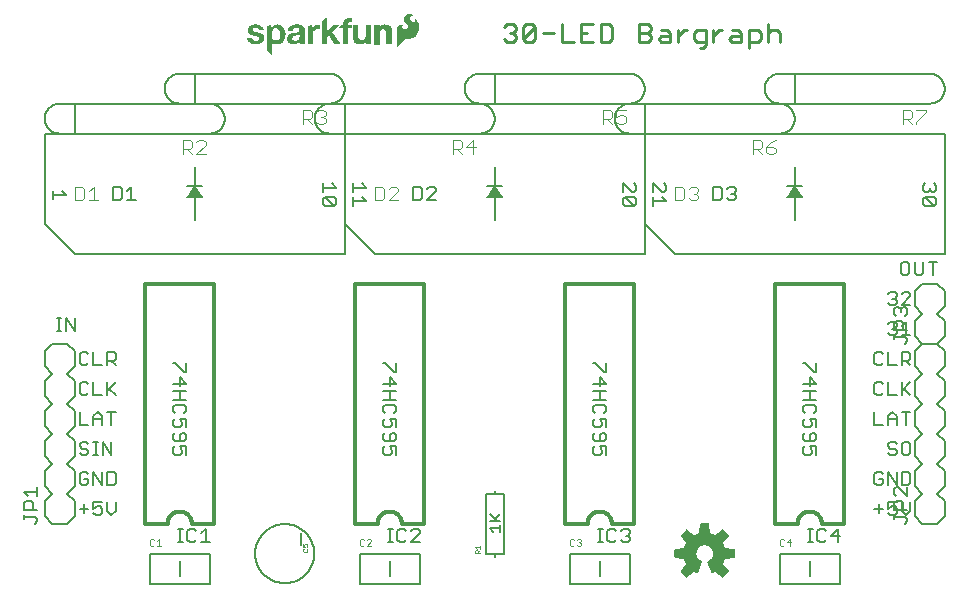
<source format=gbr>
G04 EAGLE Gerber RS-274X export*
G75*
%MOMM*%
%FSLAX34Y34*%
%LPD*%
%INSilkscreen Top*%
%IPPOS*%
%AMOC8*
5,1,8,0,0,1.08239X$1,22.5*%
G01*
%ADD10C,0.279400*%
%ADD11C,0.203200*%
%ADD12C,0.304800*%
%ADD13C,0.127000*%
%ADD14C,0.050800*%
%ADD15C,0.025400*%
%ADD16C,0.152400*%
%ADD17C,0.101600*%

G36*
X574277Y17666D02*
X574277Y17666D01*
X574385Y17676D01*
X574398Y17682D01*
X574412Y17684D01*
X574509Y17732D01*
X574608Y17777D01*
X574621Y17788D01*
X574630Y17792D01*
X574645Y17807D01*
X574722Y17870D01*
X579030Y22178D01*
X579093Y22266D01*
X579159Y22352D01*
X579164Y22365D01*
X579172Y22377D01*
X579203Y22480D01*
X579239Y22583D01*
X579239Y22597D01*
X579243Y22610D01*
X579239Y22718D01*
X579240Y22827D01*
X579235Y22840D01*
X579235Y22854D01*
X579197Y22955D01*
X579162Y23058D01*
X579153Y23073D01*
X579149Y23082D01*
X579135Y23099D01*
X579081Y23182D01*
X574267Y29085D01*
X575345Y31180D01*
X575352Y31199D01*
X575393Y31294D01*
X576111Y33538D01*
X583690Y34308D01*
X583794Y34336D01*
X583900Y34361D01*
X583912Y34368D01*
X583925Y34371D01*
X584015Y34432D01*
X584108Y34489D01*
X584116Y34500D01*
X584128Y34508D01*
X584194Y34594D01*
X584263Y34678D01*
X584267Y34691D01*
X584276Y34702D01*
X584310Y34805D01*
X584349Y34906D01*
X584350Y34924D01*
X584354Y34933D01*
X584353Y34954D01*
X584363Y35053D01*
X584363Y41147D01*
X584346Y41255D01*
X584332Y41362D01*
X584326Y41374D01*
X584324Y41388D01*
X584272Y41484D01*
X584225Y41581D01*
X584215Y41591D01*
X584209Y41603D01*
X584129Y41677D01*
X584053Y41754D01*
X584041Y41760D01*
X584031Y41770D01*
X583932Y41815D01*
X583834Y41863D01*
X583817Y41867D01*
X583808Y41871D01*
X583787Y41873D01*
X583690Y41892D01*
X576111Y42662D01*
X575393Y44906D01*
X575384Y44924D01*
X575345Y45020D01*
X574267Y47115D01*
X579081Y53019D01*
X579135Y53113D01*
X579192Y53205D01*
X579195Y53218D01*
X579202Y53230D01*
X579223Y53337D01*
X579248Y53442D01*
X579246Y53456D01*
X579249Y53470D01*
X579234Y53577D01*
X579224Y53685D01*
X579218Y53698D01*
X579216Y53712D01*
X579168Y53809D01*
X579123Y53908D01*
X579112Y53921D01*
X579108Y53930D01*
X579093Y53945D01*
X579030Y54022D01*
X574722Y58330D01*
X574634Y58393D01*
X574548Y58459D01*
X574535Y58464D01*
X574523Y58472D01*
X574420Y58503D01*
X574317Y58539D01*
X574303Y58539D01*
X574290Y58543D01*
X574182Y58539D01*
X574073Y58540D01*
X574060Y58535D01*
X574046Y58535D01*
X573945Y58497D01*
X573842Y58462D01*
X573827Y58453D01*
X573818Y58449D01*
X573801Y58435D01*
X573719Y58381D01*
X567815Y53567D01*
X565720Y54645D01*
X565701Y54652D01*
X565606Y54693D01*
X563362Y55411D01*
X562592Y62990D01*
X562564Y63094D01*
X562539Y63200D01*
X562532Y63212D01*
X562529Y63225D01*
X562468Y63315D01*
X562411Y63408D01*
X562400Y63416D01*
X562392Y63428D01*
X562306Y63494D01*
X562222Y63563D01*
X562209Y63567D01*
X562198Y63576D01*
X562095Y63610D01*
X561994Y63649D01*
X561976Y63650D01*
X561967Y63654D01*
X561946Y63653D01*
X561847Y63663D01*
X555753Y63663D01*
X555645Y63646D01*
X555538Y63632D01*
X555526Y63626D01*
X555512Y63624D01*
X555416Y63572D01*
X555319Y63525D01*
X555309Y63515D01*
X555297Y63509D01*
X555223Y63429D01*
X555146Y63353D01*
X555140Y63341D01*
X555130Y63331D01*
X555085Y63232D01*
X555037Y63134D01*
X555033Y63117D01*
X555029Y63108D01*
X555027Y63087D01*
X555008Y62990D01*
X554238Y55411D01*
X551994Y54693D01*
X551976Y54684D01*
X551880Y54645D01*
X549785Y53567D01*
X543882Y58381D01*
X543787Y58435D01*
X543695Y58492D01*
X543682Y58495D01*
X543670Y58502D01*
X543563Y58523D01*
X543458Y58548D01*
X543444Y58546D01*
X543430Y58549D01*
X543323Y58534D01*
X543215Y58524D01*
X543202Y58518D01*
X543189Y58516D01*
X543091Y58468D01*
X542992Y58423D01*
X542979Y58412D01*
X542970Y58408D01*
X542955Y58393D01*
X542878Y58330D01*
X538570Y54022D01*
X538507Y53934D01*
X538441Y53848D01*
X538436Y53835D01*
X538428Y53823D01*
X538397Y53720D01*
X538361Y53617D01*
X538361Y53603D01*
X538357Y53590D01*
X538361Y53482D01*
X538360Y53373D01*
X538365Y53360D01*
X538365Y53346D01*
X538403Y53245D01*
X538438Y53142D01*
X538447Y53127D01*
X538451Y53118D01*
X538465Y53101D01*
X538519Y53019D01*
X543333Y47115D01*
X542255Y45020D01*
X542248Y45001D01*
X542207Y44906D01*
X541489Y42662D01*
X533910Y41892D01*
X533806Y41864D01*
X533700Y41839D01*
X533688Y41832D01*
X533675Y41829D01*
X533585Y41768D01*
X533492Y41711D01*
X533484Y41700D01*
X533472Y41692D01*
X533406Y41606D01*
X533338Y41522D01*
X533333Y41509D01*
X533324Y41498D01*
X533290Y41395D01*
X533251Y41294D01*
X533250Y41276D01*
X533246Y41267D01*
X533247Y41246D01*
X533237Y41147D01*
X533237Y35053D01*
X533255Y34945D01*
X533268Y34838D01*
X533274Y34826D01*
X533276Y34812D01*
X533328Y34716D01*
X533375Y34619D01*
X533385Y34609D01*
X533391Y34597D01*
X533471Y34523D01*
X533547Y34446D01*
X533559Y34440D01*
X533570Y34430D01*
X533668Y34385D01*
X533766Y34337D01*
X533783Y34333D01*
X533792Y34329D01*
X533813Y34327D01*
X533910Y34308D01*
X541489Y33538D01*
X542207Y31294D01*
X542216Y31276D01*
X542255Y31180D01*
X543333Y29085D01*
X538519Y23182D01*
X538465Y23087D01*
X538408Y22995D01*
X538405Y22982D01*
X538398Y22970D01*
X538377Y22863D01*
X538352Y22758D01*
X538354Y22744D01*
X538351Y22730D01*
X538366Y22623D01*
X538376Y22515D01*
X538382Y22502D01*
X538384Y22489D01*
X538432Y22391D01*
X538477Y22292D01*
X538488Y22279D01*
X538492Y22270D01*
X538507Y22255D01*
X538570Y22178D01*
X542878Y17870D01*
X542966Y17807D01*
X543052Y17741D01*
X543065Y17736D01*
X543077Y17728D01*
X543180Y17697D01*
X543283Y17661D01*
X543297Y17661D01*
X543310Y17657D01*
X543418Y17661D01*
X543527Y17660D01*
X543540Y17665D01*
X543554Y17665D01*
X543655Y17703D01*
X543758Y17738D01*
X543773Y17747D01*
X543782Y17751D01*
X543799Y17765D01*
X543882Y17819D01*
X549785Y22633D01*
X551879Y21554D01*
X551932Y21537D01*
X551981Y21511D01*
X552047Y21500D01*
X552111Y21479D01*
X552167Y21480D01*
X552221Y21471D01*
X552288Y21482D01*
X552355Y21483D01*
X552407Y21501D01*
X552462Y21510D01*
X552521Y21542D01*
X552585Y21564D01*
X552629Y21599D01*
X552678Y21625D01*
X552723Y21674D01*
X552776Y21716D01*
X552807Y21763D01*
X552845Y21803D01*
X552901Y21908D01*
X552909Y21921D01*
X552910Y21926D01*
X552914Y21933D01*
X556502Y30595D01*
X556527Y30702D01*
X556556Y30808D01*
X556555Y30821D01*
X556558Y30833D01*
X556547Y30942D01*
X556540Y31052D01*
X556535Y31063D01*
X556534Y31076D01*
X556488Y31176D01*
X556447Y31277D01*
X556438Y31287D01*
X556433Y31298D01*
X556358Y31378D01*
X556286Y31461D01*
X556273Y31470D01*
X556266Y31476D01*
X556248Y31486D01*
X556163Y31543D01*
X554877Y32230D01*
X553808Y33108D01*
X552930Y34178D01*
X552277Y35398D01*
X551876Y36723D01*
X551740Y38098D01*
X551889Y39542D01*
X552329Y40923D01*
X553042Y42185D01*
X553998Y43275D01*
X555156Y44147D01*
X556468Y44763D01*
X557878Y45099D01*
X559327Y45140D01*
X560754Y44884D01*
X562098Y44342D01*
X563304Y43536D01*
X564319Y42502D01*
X565102Y41282D01*
X565619Y39927D01*
X565848Y38496D01*
X565781Y37048D01*
X565419Y35645D01*
X564778Y34344D01*
X563884Y33202D01*
X562777Y32267D01*
X561434Y31541D01*
X561349Y31475D01*
X561261Y31412D01*
X561252Y31400D01*
X561241Y31392D01*
X561181Y31302D01*
X561118Y31214D01*
X561114Y31200D01*
X561106Y31188D01*
X561079Y31084D01*
X561047Y30981D01*
X561048Y30966D01*
X561044Y30952D01*
X561052Y30844D01*
X561055Y30737D01*
X561060Y30719D01*
X561061Y30709D01*
X561070Y30688D01*
X561098Y30595D01*
X561613Y29353D01*
X561613Y29352D01*
X561923Y28604D01*
X561923Y28603D01*
X562233Y27854D01*
X562544Y27105D01*
X563164Y25606D01*
X563475Y24857D01*
X563785Y24108D01*
X564095Y23359D01*
X564095Y23358D01*
X564406Y22609D01*
X564686Y21933D01*
X564715Y21886D01*
X564736Y21834D01*
X564779Y21783D01*
X564815Y21726D01*
X564858Y21691D01*
X564894Y21648D01*
X564951Y21614D01*
X565003Y21571D01*
X565055Y21552D01*
X565103Y21523D01*
X565169Y21509D01*
X565232Y21485D01*
X565287Y21483D01*
X565342Y21472D01*
X565408Y21479D01*
X565475Y21477D01*
X565529Y21493D01*
X565584Y21500D01*
X565695Y21544D01*
X565709Y21548D01*
X565713Y21551D01*
X565721Y21554D01*
X567815Y22633D01*
X573719Y17819D01*
X573813Y17765D01*
X573905Y17708D01*
X573918Y17705D01*
X573930Y17698D01*
X574037Y17677D01*
X574142Y17652D01*
X574156Y17654D01*
X574170Y17651D01*
X574277Y17666D01*
G37*
G36*
X298460Y466626D02*
X298460Y466626D01*
X298464Y466624D01*
X298534Y466660D01*
X298544Y466665D01*
X298545Y466666D01*
X303417Y472148D01*
X304271Y472930D01*
X305261Y473519D01*
X305612Y473646D01*
X305980Y473711D01*
X308255Y473711D01*
X308260Y473713D01*
X308266Y473711D01*
X309630Y473835D01*
X309640Y473841D01*
X309652Y473839D01*
X310971Y474207D01*
X310979Y474215D01*
X310992Y474216D01*
X312222Y474816D01*
X312229Y474823D01*
X312240Y474826D01*
X313397Y475643D01*
X313402Y475651D01*
X313411Y475654D01*
X314442Y476626D01*
X314445Y476634D01*
X314451Y476636D01*
X314452Y476638D01*
X314454Y476639D01*
X315339Y477746D01*
X315341Y477756D01*
X315350Y477763D01*
X316297Y479444D01*
X316298Y479455D01*
X316306Y479465D01*
X316934Y481289D01*
X316933Y481300D01*
X316940Y481311D01*
X317228Y483218D01*
X317225Y483229D01*
X317230Y483241D01*
X317228Y483293D01*
X317220Y483545D01*
X317216Y483671D01*
X317216Y483672D01*
X317208Y483924D01*
X317200Y484177D01*
X317196Y484303D01*
X317188Y484555D01*
X317177Y484934D01*
X317169Y485169D01*
X317165Y485178D01*
X317167Y485190D01*
X316960Y486229D01*
X316955Y486237D01*
X316955Y486248D01*
X316597Y487245D01*
X316591Y487252D01*
X316590Y487263D01*
X316088Y488197D01*
X316079Y488204D01*
X316076Y488216D01*
X315169Y489353D01*
X315158Y489359D01*
X315151Y489372D01*
X314025Y490293D01*
X313982Y490305D01*
X313941Y490321D01*
X313936Y490319D01*
X313930Y490320D01*
X313892Y490299D01*
X313852Y490280D01*
X313849Y490274D01*
X313845Y490272D01*
X313837Y490243D01*
X313819Y490195D01*
X313819Y489315D01*
X313803Y489195D01*
X313759Y489092D01*
X313485Y488752D01*
X313124Y488504D01*
X312950Y488439D01*
X312412Y488381D01*
X311882Y488479D01*
X311394Y488728D01*
X310492Y489379D01*
X310080Y489733D01*
X309729Y490143D01*
X309446Y490601D01*
X309240Y491095D01*
X309181Y491395D01*
X309193Y491698D01*
X309350Y492217D01*
X309636Y492677D01*
X310031Y493047D01*
X310512Y493302D01*
X311002Y493441D01*
X311513Y493498D01*
X312116Y493498D01*
X312117Y493498D01*
X312139Y493507D01*
X312207Y493536D01*
X312242Y493628D01*
X312238Y493637D01*
X312204Y493713D01*
X312202Y493716D01*
X312201Y493717D01*
X312200Y493718D01*
X312179Y493738D01*
X312172Y493741D01*
X312168Y493749D01*
X311733Y494087D01*
X311718Y494091D01*
X311706Y494103D01*
X311202Y494324D01*
X311201Y494324D01*
X310845Y494476D01*
X310617Y494577D01*
X310607Y494578D01*
X310597Y494584D01*
X309719Y494804D01*
X309710Y494803D01*
X309700Y494807D01*
X308800Y494893D01*
X308790Y494889D01*
X308778Y494893D01*
X307910Y494827D01*
X307899Y494821D01*
X307886Y494822D01*
X307046Y494591D01*
X307036Y494583D01*
X307023Y494582D01*
X306243Y494194D01*
X306236Y494186D01*
X306225Y494183D01*
X305448Y493623D01*
X305444Y493616D01*
X305435Y493612D01*
X304739Y492954D01*
X304734Y492943D01*
X304723Y492935D01*
X304292Y492332D01*
X304289Y492317D01*
X304277Y492304D01*
X304010Y491612D01*
X304010Y491596D01*
X304002Y491581D01*
X303915Y490844D01*
X303920Y490829D01*
X303916Y490812D01*
X304015Y490077D01*
X304023Y490064D01*
X304023Y490047D01*
X304303Y489359D01*
X304312Y489350D01*
X304315Y489336D01*
X305502Y487578D01*
X305510Y487573D01*
X305514Y487562D01*
X306967Y486021D01*
X307337Y485586D01*
X307577Y485083D01*
X307679Y484535D01*
X307636Y483979D01*
X307450Y483454D01*
X307135Y482994D01*
X306710Y482629D01*
X306167Y482336D01*
X305581Y482138D01*
X304971Y482041D01*
X304260Y482076D01*
X303582Y482283D01*
X302976Y482648D01*
X302663Y482976D01*
X302457Y483380D01*
X302364Y483796D01*
X302364Y484224D01*
X302457Y484639D01*
X302529Y484777D01*
X302647Y484891D01*
X303471Y485490D01*
X303604Y485561D01*
X303742Y485589D01*
X303900Y485573D01*
X303943Y485587D01*
X303988Y485598D01*
X303990Y485602D01*
X303994Y485603D01*
X304014Y485644D01*
X304037Y485683D01*
X304036Y485687D01*
X304038Y485691D01*
X304023Y485734D01*
X304010Y485778D01*
X304007Y485780D01*
X304006Y485784D01*
X303968Y485803D01*
X303932Y485824D01*
X303449Y485900D01*
X303444Y485899D01*
X303439Y485901D01*
X302499Y485974D01*
X302490Y485971D01*
X302479Y485974D01*
X301539Y485901D01*
X301529Y485896D01*
X301517Y485897D01*
X300818Y485713D01*
X300808Y485705D01*
X300794Y485704D01*
X300146Y485383D01*
X300138Y485374D01*
X300124Y485370D01*
X299554Y484925D01*
X299548Y484914D01*
X299536Y484908D01*
X299066Y484358D01*
X299062Y484346D01*
X299051Y484337D01*
X298650Y483605D01*
X298649Y483592D01*
X298640Y483581D01*
X298400Y482782D01*
X298401Y482769D01*
X298395Y482756D01*
X298325Y481925D01*
X298327Y481919D01*
X298325Y481914D01*
X298325Y466750D01*
X298327Y466745D01*
X298325Y466741D01*
X298346Y466701D01*
X298363Y466659D01*
X298368Y466658D01*
X298370Y466653D01*
X298413Y466640D01*
X298455Y466624D01*
X298460Y466626D01*
G37*
G36*
X192157Y460428D02*
X192157Y460428D01*
X192160Y460427D01*
X192202Y460448D01*
X192244Y460468D01*
X192245Y460470D01*
X192247Y460471D01*
X192254Y460493D01*
X192277Y460553D01*
X192277Y471657D01*
X192278Y471655D01*
X192798Y470939D01*
X192809Y470932D01*
X192816Y470919D01*
X193476Y470329D01*
X193488Y470325D01*
X193498Y470314D01*
X194267Y469877D01*
X194280Y469875D01*
X194292Y469866D01*
X195136Y469602D01*
X195147Y469603D01*
X195158Y469597D01*
X196375Y469442D01*
X196384Y469444D01*
X196393Y469441D01*
X197620Y469458D01*
X197628Y469461D01*
X197638Y469459D01*
X198850Y469648D01*
X198859Y469653D01*
X198870Y469653D01*
X199789Y469947D01*
X199797Y469954D01*
X199809Y469956D01*
X200665Y470402D01*
X200671Y470410D01*
X200683Y470413D01*
X201451Y470998D01*
X201456Y471007D01*
X201467Y471012D01*
X202124Y471719D01*
X202128Y471729D01*
X202138Y471736D01*
X202910Y472921D01*
X202912Y472931D01*
X202920Y472940D01*
X203476Y474240D01*
X203476Y474251D01*
X203483Y474261D01*
X203806Y475637D01*
X203804Y475648D01*
X203809Y475659D01*
X203927Y477874D01*
X203923Y477885D01*
X203926Y477897D01*
X203643Y480097D01*
X203638Y480107D01*
X203638Y480119D01*
X202964Y482232D01*
X202956Y482242D01*
X202954Y482255D01*
X202375Y483296D01*
X202364Y483304D01*
X202359Y483318D01*
X201567Y484208D01*
X201558Y484213D01*
X201551Y484223D01*
X200727Y484876D01*
X200719Y484878D01*
X200713Y484885D01*
X199811Y485426D01*
X199801Y485428D01*
X199792Y485436D01*
X198768Y485836D01*
X198755Y485836D01*
X198743Y485843D01*
X197658Y486026D01*
X197647Y486024D01*
X197635Y486028D01*
X195654Y486003D01*
X195643Y485998D01*
X195630Y486001D01*
X195148Y485899D01*
X195139Y485892D01*
X195127Y485892D01*
X193806Y485359D01*
X193799Y485352D01*
X193789Y485351D01*
X193395Y485118D01*
X193388Y485109D01*
X193376Y485104D01*
X193033Y484803D01*
X193030Y484797D01*
X193023Y484794D01*
X192134Y483829D01*
X192134Y483828D01*
X192133Y483827D01*
X191999Y483678D01*
X192023Y485595D01*
X192017Y485610D01*
X192020Y485624D01*
X192000Y485653D01*
X191986Y485687D01*
X191972Y485692D01*
X191963Y485705D01*
X191922Y485712D01*
X191895Y485723D01*
X191885Y485719D01*
X191874Y485721D01*
X187988Y484985D01*
X187954Y484963D01*
X187918Y484946D01*
X187914Y484936D01*
X187906Y484930D01*
X187900Y484901D01*
X187885Y484861D01*
X187885Y464287D01*
X187887Y464281D01*
X187885Y464274D01*
X187914Y464217D01*
X187923Y464196D01*
X187925Y464195D01*
X187926Y464193D01*
X192066Y460459D01*
X192111Y460444D01*
X192155Y460427D01*
X192157Y460428D01*
G37*
G36*
X211344Y469410D02*
X211344Y469410D01*
X211355Y469407D01*
X212973Y469648D01*
X212982Y469654D01*
X212995Y469653D01*
X214030Y470006D01*
X214039Y470013D01*
X214051Y470015D01*
X215002Y470555D01*
X215010Y470564D01*
X215022Y470569D01*
X215849Y471272D01*
X215873Y471288D01*
X215882Y471289D01*
X215890Y471287D01*
X215897Y471281D01*
X215906Y471258D01*
X216133Y470229D01*
X216135Y470226D01*
X216134Y470223D01*
X216210Y469943D01*
X216221Y469929D01*
X216225Y469910D01*
X216246Y469874D01*
X216270Y469857D01*
X216297Y469828D01*
X216334Y469809D01*
X216364Y469807D01*
X216402Y469796D01*
X216438Y469799D01*
X220472Y469799D01*
X220495Y469808D01*
X220520Y469808D01*
X220538Y469827D01*
X220563Y469837D01*
X220572Y469860D01*
X220589Y469878D01*
X220590Y469907D01*
X220598Y469929D01*
X220590Y469947D01*
X220590Y469969D01*
X220516Y470168D01*
X220167Y471463D01*
X220065Y472800D01*
X220090Y477138D01*
X220089Y477141D01*
X220090Y477143D01*
X220070Y477186D01*
X220057Y477219D01*
X220065Y477241D01*
X220065Y482067D01*
X220062Y482074D01*
X220064Y482083D01*
X219973Y482818D01*
X219966Y482831D01*
X219966Y482848D01*
X219699Y483539D01*
X219688Y483549D01*
X219684Y483566D01*
X219257Y484171D01*
X219244Y484179D01*
X219236Y484194D01*
X218674Y484677D01*
X218661Y484681D01*
X218651Y484692D01*
X217348Y485386D01*
X217336Y485387D01*
X217325Y485395D01*
X215911Y485820D01*
X215901Y485819D01*
X215892Y485824D01*
X214153Y486054D01*
X214145Y486052D01*
X214137Y486055D01*
X212383Y486063D01*
X212376Y486060D01*
X212367Y486063D01*
X210627Y485849D01*
X210619Y485845D01*
X210609Y485846D01*
X209380Y485512D01*
X209372Y485505D01*
X209361Y485505D01*
X208203Y484976D01*
X208195Y484967D01*
X208182Y484964D01*
X207365Y484390D01*
X207358Y484379D01*
X207345Y484373D01*
X206662Y483643D01*
X206659Y483634D01*
X206657Y483634D01*
X206655Y483629D01*
X206646Y483622D01*
X206127Y482769D01*
X206125Y482756D01*
X206115Y482745D01*
X205781Y481804D01*
X205782Y481791D01*
X205775Y481778D01*
X205653Y480887D01*
X205650Y480885D01*
X205649Y480885D01*
X205630Y480836D01*
X205614Y480793D01*
X205616Y480788D01*
X205649Y480710D01*
X205674Y480684D01*
X205714Y480666D01*
X205752Y480645D01*
X205758Y480647D01*
X205765Y480645D01*
X205805Y480662D01*
X205835Y480671D01*
X209982Y480671D01*
X209984Y480672D01*
X209986Y480671D01*
X210029Y480691D01*
X210073Y480709D01*
X210073Y480711D01*
X210075Y480712D01*
X210108Y480797D01*
X210108Y480840D01*
X210171Y481371D01*
X210355Y481866D01*
X210650Y482304D01*
X211040Y482660D01*
X211504Y482915D01*
X212065Y483080D01*
X212652Y483134D01*
X214007Y483084D01*
X214376Y483023D01*
X214722Y482895D01*
X215036Y482702D01*
X215289Y482468D01*
X215488Y482189D01*
X215627Y481875D01*
X215738Y481354D01*
X215738Y480823D01*
X215627Y480302D01*
X215585Y480205D01*
X215525Y480118D01*
X215241Y479857D01*
X214813Y479611D01*
X214344Y479446D01*
X213038Y479220D01*
X210832Y478992D01*
X210828Y478989D01*
X210823Y478990D01*
X209286Y478712D01*
X209278Y478708D01*
X209269Y478708D01*
X207784Y478224D01*
X207776Y478217D01*
X207764Y478216D01*
X207068Y477850D01*
X207060Y477840D01*
X207047Y477836D01*
X206437Y477338D01*
X206431Y477327D01*
X206421Y477321D01*
X206420Y477321D01*
X206419Y477320D01*
X205921Y476711D01*
X205917Y476698D01*
X205906Y476687D01*
X205477Y475825D01*
X205476Y475810D01*
X205467Y475796D01*
X205261Y474855D01*
X205263Y474842D01*
X205258Y474828D01*
X205255Y473767D01*
X205260Y473757D01*
X205257Y473744D01*
X205446Y472700D01*
X205452Y472691D01*
X205452Y472678D01*
X205825Y471685D01*
X205833Y471676D01*
X205835Y471664D01*
X206127Y471181D01*
X206136Y471174D01*
X206141Y471162D01*
X206518Y470742D01*
X206529Y470737D01*
X206536Y470726D01*
X206984Y470384D01*
X206997Y470380D01*
X207007Y470370D01*
X208276Y469764D01*
X208289Y469764D01*
X208302Y469755D01*
X209674Y469447D01*
X209686Y469449D01*
X209699Y469444D01*
X211334Y469406D01*
X211344Y469410D01*
G37*
G36*
X238711Y469673D02*
X238711Y469673D01*
X238713Y469672D01*
X238756Y469692D01*
X238800Y469710D01*
X238800Y469712D01*
X238802Y469713D01*
X238835Y469798D01*
X238835Y475206D01*
X240490Y476813D01*
X244723Y469835D01*
X244738Y469824D01*
X244746Y469807D01*
X244780Y469794D01*
X244803Y469777D01*
X244816Y469779D01*
X244830Y469774D01*
X249910Y469749D01*
X249946Y469764D01*
X249984Y469772D01*
X249990Y469782D01*
X250001Y469787D01*
X250016Y469823D01*
X250036Y469856D01*
X250033Y469868D01*
X250037Y469878D01*
X250025Y469906D01*
X250016Y469945D01*
X243419Y479840D01*
X249110Y485406D01*
X249111Y485407D01*
X249113Y485408D01*
X249130Y485453D01*
X249148Y485497D01*
X249148Y485498D01*
X249148Y485500D01*
X249128Y485543D01*
X249109Y485587D01*
X249108Y485588D01*
X249107Y485589D01*
X249022Y485622D01*
X244348Y485622D01*
X244345Y485621D01*
X244342Y485622D01*
X244259Y485585D01*
X238784Y480111D01*
X238784Y491541D01*
X238771Y491573D01*
X238766Y491607D01*
X238752Y491617D01*
X238746Y491632D01*
X238714Y491644D01*
X238685Y491664D01*
X238668Y491662D01*
X238654Y491667D01*
X238629Y491656D01*
X238595Y491651D01*
X234455Y489289D01*
X234443Y489272D01*
X234425Y489264D01*
X234412Y489232D01*
X234396Y489210D01*
X234398Y489195D01*
X234392Y489179D01*
X234392Y469849D01*
X234393Y469846D01*
X234392Y469843D01*
X234429Y469760D01*
X234480Y469709D01*
X234483Y469708D01*
X234484Y469705D01*
X234569Y469672D01*
X238709Y469672D01*
X238711Y469673D01*
G37*
G36*
X267638Y469398D02*
X267638Y469398D01*
X267645Y469401D01*
X267654Y469400D01*
X269132Y469623D01*
X269140Y469628D01*
X269150Y469627D01*
X269412Y469708D01*
X269420Y469714D01*
X269432Y469716D01*
X269677Y469838D01*
X269684Y469845D01*
X269694Y469848D01*
X270624Y470507D01*
X270629Y470515D01*
X270638Y470518D01*
X271465Y471303D01*
X271468Y471311D01*
X271477Y471316D01*
X271984Y471957D01*
X271984Y469900D01*
X271985Y469898D01*
X271984Y469896D01*
X272004Y469853D01*
X272022Y469809D01*
X272024Y469809D01*
X272025Y469807D01*
X272110Y469774D01*
X276123Y469774D01*
X276125Y469775D01*
X276127Y469774D01*
X276170Y469794D01*
X276214Y469812D01*
X276214Y469814D01*
X276216Y469815D01*
X276249Y469900D01*
X276249Y485521D01*
X276248Y485523D01*
X276249Y485525D01*
X276229Y485568D01*
X276211Y485612D01*
X276209Y485612D01*
X276208Y485614D01*
X276123Y485647D01*
X271907Y485647D01*
X271905Y485646D01*
X271903Y485647D01*
X271860Y485627D01*
X271816Y485609D01*
X271816Y485607D01*
X271814Y485606D01*
X271781Y485521D01*
X271781Y477219D01*
X271705Y475989D01*
X271480Y474785D01*
X271271Y474235D01*
X270944Y473750D01*
X270513Y473353D01*
X270003Y473065D01*
X269312Y472853D01*
X268591Y472786D01*
X267872Y472866D01*
X267183Y473089D01*
X266788Y473314D01*
X266447Y473615D01*
X266175Y473977D01*
X265832Y474745D01*
X265683Y475575D01*
X265683Y485572D01*
X265682Y485574D01*
X265683Y485576D01*
X265663Y485619D01*
X265645Y485663D01*
X265643Y485663D01*
X265642Y485665D01*
X265557Y485698D01*
X261417Y485698D01*
X261415Y485697D01*
X261413Y485698D01*
X261370Y485678D01*
X261326Y485660D01*
X261326Y485658D01*
X261324Y485657D01*
X261291Y485572D01*
X261291Y474777D01*
X261293Y474772D01*
X261291Y474765D01*
X261392Y473666D01*
X261397Y473657D01*
X261397Y473656D01*
X261398Y473654D01*
X261396Y473643D01*
X261696Y472580D01*
X261703Y472571D01*
X261704Y472558D01*
X262192Y471568D01*
X262201Y471560D01*
X262205Y471548D01*
X262865Y470663D01*
X262875Y470656D01*
X262882Y470644D01*
X263136Y470416D01*
X263144Y470413D01*
X263145Y470411D01*
X263150Y470409D01*
X263156Y470401D01*
X264058Y469875D01*
X264070Y469874D01*
X264080Y469865D01*
X265066Y469522D01*
X265078Y469523D01*
X265090Y469516D01*
X266123Y469369D01*
X266133Y469372D01*
X266144Y469368D01*
X267638Y469398D01*
G37*
G36*
X282831Y469699D02*
X282831Y469699D01*
X282833Y469698D01*
X282876Y469718D01*
X282920Y469736D01*
X282920Y469738D01*
X282922Y469739D01*
X282955Y469824D01*
X282955Y479190D01*
X283036Y479973D01*
X283252Y480723D01*
X283615Y481402D01*
X284132Y481971D01*
X284589Y482285D01*
X285105Y482489D01*
X285661Y482576D01*
X286766Y482626D01*
X287082Y482609D01*
X287382Y482532D01*
X287817Y482315D01*
X288191Y482006D01*
X288487Y481619D01*
X288797Y480977D01*
X288988Y480289D01*
X289053Y479571D01*
X289053Y469925D01*
X289054Y469923D01*
X289053Y469921D01*
X289073Y469878D01*
X289091Y469834D01*
X289093Y469834D01*
X289094Y469832D01*
X289179Y469799D01*
X293268Y469799D01*
X293270Y469800D01*
X293272Y469799D01*
X293315Y469819D01*
X293359Y469837D01*
X293359Y469839D01*
X293361Y469840D01*
X293394Y469925D01*
X293394Y480466D01*
X293392Y480471D01*
X293394Y480476D01*
X293304Y481605D01*
X293300Y481613D01*
X293301Y481622D01*
X293061Y482729D01*
X293056Y482737D01*
X293056Y482747D01*
X292787Y483452D01*
X292779Y483460D01*
X292777Y483472D01*
X292393Y484121D01*
X292384Y484127D01*
X292380Y484139D01*
X291891Y484714D01*
X291880Y484719D01*
X291873Y484731D01*
X291088Y485349D01*
X291075Y485352D01*
X291064Y485364D01*
X290159Y485786D01*
X290145Y485787D01*
X290131Y485795D01*
X289154Y486001D01*
X289143Y485998D01*
X289131Y486003D01*
X287125Y486053D01*
X287115Y486049D01*
X287104Y486052D01*
X286052Y485897D01*
X286041Y485890D01*
X286027Y485890D01*
X285030Y485521D01*
X285020Y485512D01*
X285006Y485509D01*
X284108Y484942D01*
X284101Y484933D01*
X284090Y484929D01*
X283629Y484513D01*
X283626Y484505D01*
X283618Y484501D01*
X283216Y484028D01*
X283214Y484023D01*
X283210Y484021D01*
X282933Y483643D01*
X282819Y483507D01*
X282777Y483478D01*
X282777Y485546D01*
X282776Y485548D01*
X282777Y485550D01*
X282757Y485593D01*
X282739Y485637D01*
X282737Y485637D01*
X282736Y485639D01*
X282651Y485672D01*
X278613Y485672D01*
X278611Y485671D01*
X278609Y485672D01*
X278566Y485652D01*
X278522Y485634D01*
X278522Y485632D01*
X278520Y485631D01*
X278487Y485546D01*
X278487Y469824D01*
X278488Y469822D01*
X278487Y469820D01*
X278507Y469777D01*
X278525Y469733D01*
X278527Y469733D01*
X278528Y469731D01*
X278613Y469698D01*
X282829Y469698D01*
X282831Y469699D01*
G37*
G36*
X180249Y469465D02*
X180249Y469465D01*
X180255Y469467D01*
X180262Y469466D01*
X181576Y469648D01*
X181584Y469652D01*
X181593Y469652D01*
X182593Y469934D01*
X182602Y469941D01*
X182614Y469942D01*
X183549Y470393D01*
X183556Y470401D01*
X183568Y470404D01*
X184412Y471010D01*
X184417Y471020D01*
X184428Y471025D01*
X185154Y471768D01*
X185158Y471778D01*
X185169Y471786D01*
X185548Y472350D01*
X185550Y472361D01*
X185559Y472371D01*
X185825Y472996D01*
X185825Y473008D01*
X185833Y473019D01*
X185975Y473683D01*
X185974Y473692D01*
X185978Y473701D01*
X186054Y474742D01*
X186051Y474751D01*
X186054Y474762D01*
X185960Y475817D01*
X185953Y475830D01*
X185953Y475846D01*
X185616Y476849D01*
X185607Y476860D01*
X185604Y476875D01*
X185352Y477287D01*
X185342Y477294D01*
X185336Y477308D01*
X185004Y477658D01*
X184993Y477662D01*
X184987Y477673D01*
X184295Y478181D01*
X184287Y478183D01*
X184280Y478191D01*
X183524Y478596D01*
X183515Y478597D01*
X183508Y478603D01*
X181852Y479213D01*
X181844Y479213D01*
X181836Y479218D01*
X180113Y479599D01*
X180112Y479599D01*
X180111Y479600D01*
X178088Y480004D01*
X177336Y480276D01*
X176661Y480692D01*
X176378Y480985D01*
X176194Y481346D01*
X176129Y481715D01*
X176177Y482087D01*
X176332Y482429D01*
X176565Y482697D01*
X176866Y482892D01*
X177290Y483049D01*
X177739Y483134D01*
X178588Y483178D01*
X179435Y483134D01*
X179931Y483036D01*
X180398Y482847D01*
X180821Y482576D01*
X181096Y482312D01*
X181314Y481999D01*
X181464Y481647D01*
X181519Y481404D01*
X181535Y481144D01*
X181556Y481102D01*
X181576Y481059D01*
X181578Y481058D01*
X181579Y481056D01*
X181598Y481050D01*
X181661Y481026D01*
X185547Y481026D01*
X185556Y481029D01*
X185564Y481027D01*
X185600Y481048D01*
X185638Y481064D01*
X185641Y481073D01*
X185649Y481078D01*
X185663Y481129D01*
X185673Y481156D01*
X185671Y481160D01*
X185672Y481163D01*
X185672Y481164D01*
X185673Y481165D01*
X185597Y481876D01*
X185591Y481886D01*
X185593Y481897D01*
X185588Y481903D01*
X185588Y481910D01*
X185596Y481923D01*
X185590Y481947D01*
X185593Y481956D01*
X185589Y481964D01*
X185590Y481983D01*
X185387Y482541D01*
X185383Y482545D01*
X185383Y482550D01*
X185027Y483338D01*
X185020Y483344D01*
X185018Y483355D01*
X184732Y483797D01*
X184724Y483802D01*
X184720Y483812D01*
X184372Y484208D01*
X184362Y484212D01*
X184355Y484223D01*
X183396Y484980D01*
X183383Y484984D01*
X183373Y484994D01*
X182276Y485532D01*
X182264Y485533D01*
X182253Y485541D01*
X180902Y485909D01*
X180892Y485908D01*
X180882Y485913D01*
X179489Y486053D01*
X179483Y486051D01*
X179476Y486053D01*
X177673Y486053D01*
X177667Y486051D01*
X177659Y486053D01*
X176230Y485898D01*
X176220Y485892D01*
X176207Y485893D01*
X174829Y485482D01*
X174820Y485475D01*
X174808Y485474D01*
X173527Y484820D01*
X173519Y484811D01*
X173507Y484808D01*
X173031Y484439D01*
X173025Y484428D01*
X173013Y484422D01*
X172619Y483967D01*
X172615Y483956D01*
X172604Y483947D01*
X172305Y483425D01*
X172304Y483412D01*
X172295Y483402D01*
X171937Y482318D01*
X171938Y482306D01*
X171932Y482293D01*
X171803Y481159D01*
X171806Y481147D01*
X171803Y481133D01*
X171908Y479997D01*
X171914Y479986D01*
X171913Y479972D01*
X172065Y479483D01*
X172073Y479473D01*
X172075Y479459D01*
X172324Y479012D01*
X172335Y479004D01*
X172339Y478990D01*
X172676Y478605D01*
X172686Y478600D01*
X172692Y478589D01*
X173369Y478052D01*
X173378Y478049D01*
X173385Y478041D01*
X174136Y477614D01*
X174145Y477613D01*
X174153Y477606D01*
X174961Y477300D01*
X174969Y477300D01*
X174977Y477295D01*
X178608Y476432D01*
X179782Y476126D01*
X180889Y475656D01*
X181225Y475425D01*
X181491Y475121D01*
X181671Y474759D01*
X181756Y474364D01*
X181739Y473960D01*
X181622Y473575D01*
X181414Y473230D01*
X181126Y472946D01*
X180613Y472634D01*
X180046Y472437D01*
X179443Y472363D01*
X178113Y472363D01*
X177551Y472436D01*
X176964Y472653D01*
X176437Y472990D01*
X175995Y473433D01*
X175740Y473847D01*
X175593Y474309D01*
X175564Y474806D01*
X175564Y474853D01*
X175563Y474855D01*
X175564Y474857D01*
X175544Y474900D01*
X175526Y474944D01*
X175524Y474944D01*
X175523Y474946D01*
X175438Y474979D01*
X171577Y474979D01*
X171571Y474977D01*
X171564Y474979D01*
X171552Y474972D01*
X171538Y474973D01*
X171536Y474972D01*
X171535Y474972D01*
X171513Y474952D01*
X171486Y474941D01*
X171484Y474934D01*
X171478Y474931D01*
X171473Y474917D01*
X171463Y474908D01*
X171463Y474907D01*
X171462Y474905D01*
X171461Y474878D01*
X171459Y474871D01*
X171451Y474849D01*
X171452Y474847D01*
X171451Y474844D01*
X171476Y474488D01*
X171479Y474482D01*
X171478Y474475D01*
X171580Y473891D01*
X171585Y473883D01*
X171584Y473872D01*
X172016Y472602D01*
X172023Y472595D01*
X172024Y472585D01*
X172333Y471989D01*
X172343Y471982D01*
X172347Y471969D01*
X172767Y471445D01*
X172778Y471440D01*
X172784Y471428D01*
X173299Y470997D01*
X173307Y470995D01*
X173312Y470988D01*
X174506Y470226D01*
X174514Y470224D01*
X174521Y470217D01*
X175378Y469820D01*
X175391Y469819D01*
X175403Y469811D01*
X176324Y469599D01*
X176333Y469601D01*
X176343Y469596D01*
X178909Y469418D01*
X178916Y469420D01*
X178922Y469418D01*
X180249Y469465D01*
G37*
G36*
X256948Y469699D02*
X256948Y469699D01*
X256950Y469698D01*
X256993Y469718D01*
X257037Y469736D01*
X257037Y469738D01*
X257039Y469739D01*
X257072Y469824D01*
X257072Y482728D01*
X259944Y482728D01*
X259946Y482729D01*
X259948Y482728D01*
X259991Y482748D01*
X260035Y482766D01*
X260035Y482768D01*
X260037Y482769D01*
X260070Y482854D01*
X260070Y485521D01*
X260069Y485523D01*
X260070Y485525D01*
X260050Y485568D01*
X260032Y485612D01*
X260030Y485612D01*
X260029Y485614D01*
X259944Y485647D01*
X257098Y485647D01*
X257098Y486909D01*
X257161Y487371D01*
X257336Y487794D01*
X257518Y488026D01*
X257758Y488196D01*
X258040Y488293D01*
X258940Y488376D01*
X259855Y488291D01*
X260135Y488265D01*
X260141Y488267D01*
X260147Y488265D01*
X260223Y488265D01*
X260225Y488266D01*
X260227Y488265D01*
X260270Y488285D01*
X260314Y488303D01*
X260314Y488305D01*
X260316Y488306D01*
X260349Y488391D01*
X260349Y491414D01*
X260349Y491415D01*
X260349Y491417D01*
X260349Y491418D01*
X260329Y491461D01*
X260311Y491505D01*
X260309Y491505D01*
X260308Y491507D01*
X260223Y491540D01*
X260201Y491540D01*
X258884Y491616D01*
X258881Y491615D01*
X258877Y491616D01*
X257327Y491616D01*
X257317Y491612D01*
X257306Y491614D01*
X256293Y491440D01*
X256283Y491433D01*
X256269Y491433D01*
X255311Y491064D01*
X255302Y491056D01*
X255289Y491053D01*
X254421Y490503D01*
X254415Y490493D01*
X254408Y490491D01*
X254408Y490490D01*
X254402Y490488D01*
X253659Y489778D01*
X253654Y489768D01*
X253643Y489760D01*
X253303Y489283D01*
X253301Y489272D01*
X253292Y489263D01*
X253043Y488732D01*
X253043Y488721D01*
X253035Y488711D01*
X252887Y488144D01*
X252888Y488133D01*
X252883Y488122D01*
X252706Y485988D01*
X252708Y485984D01*
X252706Y485980D01*
X252706Y485978D01*
X252706Y485647D01*
X251460Y485647D01*
X251457Y485646D01*
X251454Y485647D01*
X251371Y485610D01*
X248704Y482943D01*
X248703Y482943D01*
X248703Y482942D01*
X248685Y482897D01*
X248667Y482852D01*
X248667Y482851D01*
X248687Y482806D01*
X248707Y482762D01*
X248708Y482761D01*
X248792Y482728D01*
X252655Y482704D01*
X252655Y469824D01*
X252656Y469822D01*
X252655Y469820D01*
X252675Y469777D01*
X252693Y469733D01*
X252695Y469733D01*
X252696Y469731D01*
X252781Y469698D01*
X256946Y469698D01*
X256948Y469699D01*
G37*
G36*
X226824Y469800D02*
X226824Y469800D01*
X226826Y469799D01*
X226869Y469819D01*
X226913Y469837D01*
X226913Y469839D01*
X226915Y469840D01*
X226948Y469925D01*
X226948Y477744D01*
X227021Y478590D01*
X227221Y479409D01*
X227582Y480202D01*
X228107Y480894D01*
X228774Y481454D01*
X229253Y481718D01*
X229771Y481899D01*
X230313Y481991D01*
X231838Y481991D01*
X232435Y481866D01*
X232438Y481867D01*
X232441Y481865D01*
X232593Y481840D01*
X232602Y481843D01*
X232613Y481839D01*
X232639Y481839D01*
X232641Y481840D01*
X232643Y481839D01*
X232686Y481859D01*
X232730Y481877D01*
X232730Y481879D01*
X232732Y481880D01*
X232765Y481965D01*
X232765Y485826D01*
X232747Y485870D01*
X232729Y485915D01*
X232727Y485915D01*
X232727Y485917D01*
X232710Y485923D01*
X232646Y485952D01*
X231274Y486028D01*
X231264Y486024D01*
X231252Y486027D01*
X230551Y485943D01*
X230541Y485937D01*
X230527Y485938D01*
X229857Y485715D01*
X229848Y485706D01*
X229834Y485704D01*
X229223Y485351D01*
X229221Y485348D01*
X229217Y485347D01*
X228328Y484762D01*
X228325Y484759D01*
X228320Y484757D01*
X227926Y484455D01*
X227919Y484443D01*
X227905Y484435D01*
X227589Y484052D01*
X227587Y484046D01*
X227581Y484041D01*
X226895Y482999D01*
X226716Y482731D01*
X226669Y482716D01*
X226669Y485496D01*
X226664Y485509D01*
X226667Y485522D01*
X226645Y485552D01*
X226631Y485587D01*
X226618Y485592D01*
X226610Y485603D01*
X226567Y485611D01*
X226539Y485622D01*
X226531Y485618D01*
X226521Y485620D01*
X222660Y484934D01*
X222626Y484912D01*
X222589Y484895D01*
X222585Y484886D01*
X222577Y484881D01*
X222572Y484851D01*
X222556Y484810D01*
X222530Y469925D01*
X222531Y469923D01*
X222530Y469921D01*
X222550Y469878D01*
X222568Y469834D01*
X222570Y469834D01*
X222571Y469832D01*
X222656Y469799D01*
X226822Y469799D01*
X226824Y469800D01*
G37*
G36*
X387377Y339096D02*
X387377Y339096D01*
X387403Y339093D01*
X387486Y339115D01*
X387571Y339130D01*
X387594Y339144D01*
X387620Y339151D01*
X387690Y339201D01*
X387764Y339245D01*
X387781Y339265D01*
X387803Y339281D01*
X387851Y339352D01*
X387905Y339419D01*
X387914Y339444D01*
X387929Y339466D01*
X387950Y339550D01*
X387977Y339631D01*
X387977Y339658D01*
X387983Y339684D01*
X387973Y339770D01*
X387971Y339856D01*
X387961Y339880D01*
X387958Y339907D01*
X387901Y340027D01*
X387886Y340063D01*
X387881Y340069D01*
X387878Y340077D01*
X381528Y349602D01*
X381474Y349658D01*
X381426Y349720D01*
X381397Y349738D01*
X381392Y349743D01*
X381372Y349764D01*
X381302Y349797D01*
X381236Y349839D01*
X381202Y349846D01*
X381170Y349861D01*
X381093Y349868D01*
X381016Y349884D01*
X380981Y349879D01*
X380947Y349882D01*
X380871Y349862D01*
X380794Y349850D01*
X380764Y349833D01*
X380730Y349824D01*
X380666Y349779D01*
X380598Y349741D01*
X380579Y349719D01*
X380578Y349719D01*
X380577Y349717D01*
X380572Y349711D01*
X380547Y349694D01*
X380521Y349655D01*
X380472Y349602D01*
X374122Y340077D01*
X374112Y340052D01*
X374095Y340031D01*
X374067Y339950D01*
X374033Y339871D01*
X374031Y339844D01*
X374023Y339819D01*
X374025Y339733D01*
X374021Y339647D01*
X374029Y339621D01*
X374029Y339594D01*
X374062Y339515D01*
X374087Y339433D01*
X374104Y339411D01*
X374114Y339387D01*
X374172Y339323D01*
X374224Y339255D01*
X374247Y339241D01*
X374265Y339221D01*
X374342Y339182D01*
X374414Y339136D01*
X374441Y339131D01*
X374465Y339118D01*
X374595Y339099D01*
X374634Y339091D01*
X374641Y339092D01*
X374650Y339091D01*
X387350Y339091D01*
X387377Y339096D01*
G37*
G36*
X641377Y339096D02*
X641377Y339096D01*
X641403Y339093D01*
X641486Y339115D01*
X641571Y339130D01*
X641594Y339144D01*
X641620Y339151D01*
X641690Y339201D01*
X641764Y339245D01*
X641781Y339265D01*
X641803Y339281D01*
X641851Y339352D01*
X641905Y339419D01*
X641914Y339444D01*
X641929Y339466D01*
X641950Y339550D01*
X641977Y339631D01*
X641977Y339658D01*
X641983Y339684D01*
X641973Y339770D01*
X641971Y339856D01*
X641961Y339880D01*
X641958Y339907D01*
X641901Y340027D01*
X641886Y340063D01*
X641881Y340069D01*
X641878Y340077D01*
X635528Y349602D01*
X635474Y349658D01*
X635426Y349720D01*
X635397Y349738D01*
X635392Y349743D01*
X635372Y349764D01*
X635302Y349797D01*
X635236Y349839D01*
X635202Y349846D01*
X635170Y349861D01*
X635093Y349868D01*
X635016Y349884D01*
X634981Y349879D01*
X634947Y349882D01*
X634871Y349862D01*
X634794Y349850D01*
X634764Y349833D01*
X634730Y349824D01*
X634666Y349779D01*
X634598Y349741D01*
X634579Y349719D01*
X634578Y349719D01*
X634577Y349717D01*
X634572Y349711D01*
X634547Y349694D01*
X634521Y349655D01*
X634472Y349602D01*
X628122Y340077D01*
X628112Y340052D01*
X628095Y340031D01*
X628067Y339950D01*
X628033Y339871D01*
X628031Y339844D01*
X628023Y339819D01*
X628025Y339733D01*
X628021Y339647D01*
X628029Y339621D01*
X628029Y339594D01*
X628062Y339515D01*
X628087Y339433D01*
X628104Y339411D01*
X628114Y339387D01*
X628172Y339323D01*
X628224Y339255D01*
X628247Y339241D01*
X628265Y339221D01*
X628342Y339182D01*
X628414Y339136D01*
X628441Y339131D01*
X628465Y339118D01*
X628595Y339099D01*
X628634Y339091D01*
X628641Y339092D01*
X628650Y339091D01*
X641350Y339091D01*
X641377Y339096D01*
G37*
G36*
X133377Y339096D02*
X133377Y339096D01*
X133403Y339093D01*
X133486Y339115D01*
X133571Y339130D01*
X133594Y339144D01*
X133620Y339151D01*
X133690Y339201D01*
X133764Y339245D01*
X133781Y339265D01*
X133803Y339281D01*
X133851Y339352D01*
X133905Y339419D01*
X133914Y339444D01*
X133929Y339466D01*
X133950Y339550D01*
X133977Y339631D01*
X133977Y339658D01*
X133983Y339684D01*
X133973Y339770D01*
X133971Y339856D01*
X133961Y339880D01*
X133958Y339907D01*
X133901Y340027D01*
X133886Y340063D01*
X133881Y340069D01*
X133878Y340077D01*
X127528Y349602D01*
X127474Y349658D01*
X127426Y349720D01*
X127397Y349738D01*
X127392Y349743D01*
X127372Y349764D01*
X127302Y349797D01*
X127236Y349839D01*
X127202Y349846D01*
X127170Y349861D01*
X127093Y349868D01*
X127016Y349884D01*
X126981Y349879D01*
X126947Y349882D01*
X126871Y349862D01*
X126794Y349850D01*
X126764Y349833D01*
X126730Y349824D01*
X126666Y349779D01*
X126598Y349741D01*
X126579Y349719D01*
X126578Y349719D01*
X126577Y349717D01*
X126572Y349711D01*
X126547Y349694D01*
X126521Y349655D01*
X126472Y349602D01*
X120122Y340077D01*
X120112Y340052D01*
X120095Y340031D01*
X120067Y339950D01*
X120033Y339871D01*
X120031Y339844D01*
X120023Y339819D01*
X120025Y339733D01*
X120021Y339647D01*
X120029Y339621D01*
X120029Y339594D01*
X120062Y339515D01*
X120087Y339433D01*
X120104Y339411D01*
X120114Y339387D01*
X120172Y339323D01*
X120224Y339255D01*
X120247Y339241D01*
X120265Y339221D01*
X120342Y339182D01*
X120414Y339136D01*
X120441Y339131D01*
X120465Y339118D01*
X120595Y339099D01*
X120634Y339091D01*
X120641Y339092D01*
X120650Y339091D01*
X133350Y339091D01*
X133377Y339096D01*
G37*
%LPC*%
G36*
X195315Y472693D02*
X195315Y472693D01*
X194593Y472845D01*
X193915Y473135D01*
X193406Y473498D01*
X192994Y473967D01*
X192695Y474531D01*
X192689Y474535D01*
X192688Y474542D01*
X192637Y474618D01*
X192636Y474619D01*
X192636Y474620D01*
X192594Y474680D01*
X192582Y474739D01*
X192582Y474777D01*
X192582Y474778D01*
X192582Y474779D01*
X192563Y474823D01*
X192544Y474868D01*
X192543Y474868D01*
X192542Y474869D01*
X192497Y474886D01*
X192475Y474894D01*
X192475Y474899D01*
X192484Y474934D01*
X192479Y474971D01*
X192473Y474982D01*
X192474Y474995D01*
X192249Y475670D01*
X192125Y476439D01*
X192099Y478985D01*
X192209Y479800D01*
X192476Y480574D01*
X192889Y481281D01*
X193487Y481961D01*
X194199Y482517D01*
X194537Y482679D01*
X194909Y482753D01*
X195984Y482804D01*
X196551Y482758D01*
X197093Y482602D01*
X197593Y482342D01*
X198352Y481712D01*
X198949Y480926D01*
X199352Y480027D01*
X199543Y479057D01*
X199546Y477086D01*
X199242Y475139D01*
X198953Y474378D01*
X198481Y473720D01*
X197855Y473204D01*
X197116Y472866D01*
X196225Y472687D01*
X195315Y472693D01*
G37*
%LPD*%
%LPC*%
G36*
X211241Y472388D02*
X211241Y472388D01*
X210780Y472485D01*
X210359Y472688D01*
X209997Y472985D01*
X209806Y473235D01*
X209671Y473520D01*
X209600Y473828D01*
X209595Y474081D01*
X209593Y474207D01*
X209591Y474333D01*
X209591Y474334D01*
X209589Y474413D01*
X209696Y474988D01*
X209916Y475530D01*
X210120Y475828D01*
X210388Y476072D01*
X210862Y476356D01*
X211380Y476553D01*
X211930Y476658D01*
X213373Y476810D01*
X213377Y476812D01*
X213381Y476812D01*
X214373Y476981D01*
X214379Y476985D01*
X214388Y476984D01*
X215352Y477272D01*
X215361Y477279D01*
X215374Y477281D01*
X215581Y477388D01*
X215591Y477400D01*
X215607Y477406D01*
X215749Y477533D01*
X215749Y477241D01*
X215750Y477239D01*
X215749Y477237D01*
X215769Y477194D01*
X215769Y477192D01*
X215749Y477139D01*
X215749Y476305D01*
X215679Y475216D01*
X215472Y474146D01*
X215425Y473981D01*
X215318Y473732D01*
X215168Y473513D01*
X214424Y472794D01*
X214133Y472609D01*
X213811Y472487D01*
X212769Y472338D01*
X211241Y472388D01*
G37*
%LPD*%
D10*
X388747Y483796D02*
X391247Y486296D01*
X396246Y486296D01*
X398746Y483796D01*
X398746Y481296D01*
X396246Y478796D01*
X393747Y478796D01*
X396246Y478796D02*
X398746Y476297D01*
X398746Y473797D01*
X396246Y471297D01*
X391247Y471297D01*
X388747Y473797D01*
X405119Y473797D02*
X405119Y483796D01*
X407618Y486296D01*
X412618Y486296D01*
X415118Y483796D01*
X415118Y473797D01*
X412618Y471297D01*
X407618Y471297D01*
X405119Y473797D01*
X415118Y483796D01*
X421490Y478796D02*
X431489Y478796D01*
X437862Y471297D02*
X437862Y486296D01*
X437862Y471297D02*
X447861Y471297D01*
X454233Y486296D02*
X464232Y486296D01*
X454233Y486296D02*
X454233Y471297D01*
X464232Y471297D01*
X459233Y478796D02*
X454233Y478796D01*
X470605Y471297D02*
X470605Y486296D01*
X470605Y471297D02*
X478104Y471297D01*
X480604Y473797D01*
X480604Y483796D01*
X478104Y486296D01*
X470605Y486296D01*
X503348Y486296D02*
X503348Y471297D01*
X503348Y486296D02*
X510847Y486296D01*
X513347Y483796D01*
X513347Y481296D01*
X510847Y478796D01*
X513347Y476297D01*
X513347Y473797D01*
X510847Y471297D01*
X503348Y471297D01*
X503348Y478796D02*
X510847Y478796D01*
X522219Y481296D02*
X527219Y481296D01*
X529719Y478796D01*
X529719Y471297D01*
X522219Y471297D01*
X519720Y473797D01*
X522219Y476297D01*
X529719Y476297D01*
X536091Y481296D02*
X536091Y471297D01*
X536091Y476297D02*
X541091Y481296D01*
X543590Y481296D01*
X554734Y466297D02*
X557233Y466297D01*
X559733Y468797D01*
X559733Y481296D01*
X552234Y481296D01*
X549734Y478796D01*
X549734Y473797D01*
X552234Y471297D01*
X559733Y471297D01*
X566106Y471297D02*
X566106Y481296D01*
X566106Y476297D02*
X571105Y481296D01*
X573605Y481296D01*
X582248Y481296D02*
X587248Y481296D01*
X589748Y478796D01*
X589748Y471297D01*
X582248Y471297D01*
X579749Y473797D01*
X582248Y476297D01*
X589748Y476297D01*
X596120Y481296D02*
X596120Y466297D01*
X596120Y481296D02*
X603620Y481296D01*
X606119Y478796D01*
X606119Y473797D01*
X603620Y471297D01*
X596120Y471297D01*
X612492Y471297D02*
X612492Y486296D01*
X614991Y481296D02*
X612492Y478796D01*
X614991Y481296D02*
X619991Y481296D01*
X622491Y478796D01*
X622491Y471297D01*
D11*
X36709Y76205D02*
X29591Y76205D01*
X33150Y79764D02*
X33150Y72646D01*
X41285Y81543D02*
X48403Y81543D01*
X41285Y81543D02*
X41285Y76205D01*
X44844Y77984D01*
X46624Y77984D01*
X48403Y76205D01*
X48403Y72646D01*
X46624Y70866D01*
X43064Y70866D01*
X41285Y72646D01*
X52979Y74425D02*
X52979Y81543D01*
X52979Y74425D02*
X56538Y70866D01*
X60097Y74425D01*
X60097Y81543D01*
X702534Y76205D02*
X709652Y76205D01*
X706093Y79764D02*
X706093Y72646D01*
X714228Y81543D02*
X721346Y81543D01*
X714228Y81543D02*
X714228Y76205D01*
X717787Y77984D01*
X719567Y77984D01*
X721346Y76205D01*
X721346Y72646D01*
X719567Y70866D01*
X716008Y70866D01*
X714228Y72646D01*
X725922Y74425D02*
X725922Y81543D01*
X725922Y74425D02*
X729481Y70866D01*
X733040Y74425D01*
X733040Y81543D01*
X36709Y105164D02*
X34930Y106943D01*
X31371Y106943D01*
X29591Y105164D01*
X29591Y98046D01*
X31371Y96266D01*
X34930Y96266D01*
X36709Y98046D01*
X36709Y101605D01*
X33150Y101605D01*
X41285Y106943D02*
X41285Y96266D01*
X48403Y96266D02*
X41285Y106943D01*
X48403Y106943D02*
X48403Y96266D01*
X52979Y96266D02*
X52979Y106943D01*
X52979Y96266D02*
X58318Y96266D01*
X60097Y98046D01*
X60097Y105164D01*
X58318Y106943D01*
X52979Y106943D01*
X707873Y106943D02*
X709652Y105164D01*
X707873Y106943D02*
X704314Y106943D01*
X702534Y105164D01*
X702534Y98046D01*
X704314Y96266D01*
X707873Y96266D01*
X709652Y98046D01*
X709652Y101605D01*
X706093Y101605D01*
X714228Y106943D02*
X714228Y96266D01*
X721346Y96266D02*
X714228Y106943D01*
X721346Y106943D02*
X721346Y96266D01*
X725922Y96266D02*
X725922Y106943D01*
X725922Y96266D02*
X731261Y96266D01*
X733040Y98046D01*
X733040Y105164D01*
X731261Y106943D01*
X725922Y106943D01*
X36709Y130564D02*
X34930Y132343D01*
X31371Y132343D01*
X29591Y130564D01*
X29591Y128784D01*
X31371Y127005D01*
X34930Y127005D01*
X36709Y125225D01*
X36709Y123446D01*
X34930Y121666D01*
X31371Y121666D01*
X29591Y123446D01*
X41285Y121666D02*
X44844Y121666D01*
X43064Y121666D02*
X43064Y132343D01*
X41285Y132343D02*
X44844Y132343D01*
X49081Y132343D02*
X49081Y121666D01*
X56199Y121666D02*
X49081Y132343D01*
X56199Y132343D02*
X56199Y121666D01*
X719567Y132343D02*
X721346Y130564D01*
X719567Y132343D02*
X716008Y132343D01*
X714228Y130564D01*
X714228Y128784D01*
X716008Y127005D01*
X719567Y127005D01*
X721346Y125225D01*
X721346Y123446D01*
X719567Y121666D01*
X716008Y121666D01*
X714228Y123446D01*
X727702Y132343D02*
X731261Y132343D01*
X727702Y132343D02*
X725922Y130564D01*
X725922Y123446D01*
X727702Y121666D01*
X731261Y121666D01*
X733040Y123446D01*
X733040Y130564D01*
X731261Y132343D01*
X702534Y147066D02*
X702534Y157743D01*
X702534Y147066D02*
X709652Y147066D01*
X714228Y147066D02*
X714228Y154184D01*
X717787Y157743D01*
X721346Y154184D01*
X721346Y147066D01*
X721346Y152405D02*
X714228Y152405D01*
X729481Y147066D02*
X729481Y157743D01*
X725922Y157743D02*
X733040Y157743D01*
X29591Y157743D02*
X29591Y147066D01*
X36709Y147066D01*
X41285Y147066D02*
X41285Y154184D01*
X44844Y157743D01*
X48403Y154184D01*
X48403Y147066D01*
X48403Y152405D02*
X41285Y152405D01*
X56538Y147066D02*
X56538Y157743D01*
X52979Y157743D02*
X60097Y157743D01*
X707873Y183143D02*
X709652Y181364D01*
X707873Y183143D02*
X704314Y183143D01*
X702534Y181364D01*
X702534Y174246D01*
X704314Y172466D01*
X707873Y172466D01*
X709652Y174246D01*
X714228Y172466D02*
X714228Y183143D01*
X714228Y172466D02*
X721346Y172466D01*
X725922Y172466D02*
X725922Y183143D01*
X725922Y176025D02*
X733040Y183143D01*
X727701Y177805D02*
X733040Y172466D01*
X36709Y181364D02*
X34930Y183143D01*
X31371Y183143D01*
X29591Y181364D01*
X29591Y174246D01*
X31371Y172466D01*
X34930Y172466D01*
X36709Y174246D01*
X41285Y172466D02*
X41285Y183143D01*
X41285Y172466D02*
X48403Y172466D01*
X52979Y172466D02*
X52979Y183143D01*
X52979Y176025D02*
X60097Y183143D01*
X54758Y177805D02*
X60097Y172466D01*
X707873Y208543D02*
X709652Y206764D01*
X707873Y208543D02*
X704314Y208543D01*
X702534Y206764D01*
X702534Y199646D01*
X704314Y197866D01*
X707873Y197866D01*
X709652Y199646D01*
X714228Y197866D02*
X714228Y208543D01*
X714228Y197866D02*
X721346Y197866D01*
X725922Y197866D02*
X725922Y208543D01*
X731261Y208543D01*
X733040Y206764D01*
X733040Y203205D01*
X731261Y201425D01*
X725922Y201425D01*
X729481Y201425D02*
X733040Y197866D01*
X36709Y206764D02*
X34930Y208543D01*
X31371Y208543D01*
X29591Y206764D01*
X29591Y199646D01*
X31371Y197866D01*
X34930Y197866D01*
X36709Y199646D01*
X41285Y197866D02*
X41285Y208543D01*
X41285Y197866D02*
X48403Y197866D01*
X52979Y197866D02*
X52979Y208543D01*
X58318Y208543D01*
X60097Y206764D01*
X60097Y203205D01*
X58318Y201425D01*
X52979Y201425D01*
X56538Y201425D02*
X60097Y197866D01*
X14100Y226441D02*
X10541Y226441D01*
X12321Y226441D02*
X12321Y237118D01*
X14100Y237118D02*
X10541Y237118D01*
X18337Y237118D02*
X18337Y226441D01*
X25455Y226441D02*
X18337Y237118D01*
X25455Y237118D02*
X25455Y226441D01*
X726696Y284743D02*
X730255Y284743D01*
X726696Y284743D02*
X724916Y282964D01*
X724916Y275846D01*
X726696Y274066D01*
X730255Y274066D01*
X732034Y275846D01*
X732034Y282964D01*
X730255Y284743D01*
X736610Y284743D02*
X736610Y275846D01*
X738389Y274066D01*
X741949Y274066D01*
X743728Y275846D01*
X743728Y284743D01*
X751863Y284743D02*
X751863Y274066D01*
X748304Y284743D02*
X755422Y284743D01*
X18043Y341500D02*
X14484Y345059D01*
X18043Y341500D02*
X7366Y341500D01*
X7366Y345059D02*
X7366Y337941D01*
X243084Y351409D02*
X246643Y347850D01*
X235966Y347850D01*
X235966Y351409D02*
X235966Y344291D01*
X237746Y339715D02*
X244864Y339715D01*
X246643Y337936D01*
X246643Y334376D01*
X244864Y332597D01*
X237746Y332597D01*
X235966Y334376D01*
X235966Y337936D01*
X237746Y339715D01*
X244864Y332597D01*
X268484Y351409D02*
X272043Y347850D01*
X261366Y347850D01*
X261366Y351409D02*
X261366Y344291D01*
X268484Y339715D02*
X272043Y336156D01*
X261366Y336156D01*
X261366Y339715D02*
X261366Y332597D01*
X489966Y344291D02*
X489966Y351409D01*
X497084Y344291D01*
X498864Y344291D01*
X500643Y346070D01*
X500643Y349630D01*
X498864Y351409D01*
X498864Y339715D02*
X491746Y339715D01*
X498864Y339715D02*
X500643Y337936D01*
X500643Y334376D01*
X498864Y332597D01*
X491746Y332597D01*
X489966Y334376D01*
X489966Y337936D01*
X491746Y339715D01*
X498864Y332597D01*
X515366Y344291D02*
X515366Y351409D01*
X522484Y344291D01*
X524264Y344291D01*
X526043Y346070D01*
X526043Y349630D01*
X524264Y351409D01*
X522484Y339715D02*
X526043Y336156D01*
X515366Y336156D01*
X515366Y339715D02*
X515366Y332597D01*
X752864Y351409D02*
X754643Y349630D01*
X754643Y346070D01*
X752864Y344291D01*
X751084Y344291D01*
X749305Y346070D01*
X749305Y347850D01*
X749305Y346070D02*
X747525Y344291D01*
X745746Y344291D01*
X743966Y346070D01*
X743966Y349630D01*
X745746Y351409D01*
X745746Y339715D02*
X752864Y339715D01*
X754643Y337936D01*
X754643Y334376D01*
X752864Y332597D01*
X745746Y332597D01*
X743966Y334376D01*
X743966Y337936D01*
X745746Y339715D01*
X752864Y332597D01*
X716008Y233943D02*
X714228Y232164D01*
X716008Y233943D02*
X719567Y233943D01*
X721346Y232164D01*
X721346Y230384D01*
X719567Y228605D01*
X717787Y228605D01*
X719567Y228605D02*
X721346Y226825D01*
X721346Y225046D01*
X719567Y223266D01*
X716008Y223266D01*
X714228Y225046D01*
X725922Y230384D02*
X729481Y233943D01*
X729481Y223266D01*
X725922Y223266D02*
X733040Y223266D01*
X714228Y257564D02*
X716008Y259343D01*
X719567Y259343D01*
X721346Y257564D01*
X721346Y255784D01*
X719567Y254005D01*
X717787Y254005D01*
X719567Y254005D02*
X721346Y252225D01*
X721346Y250446D01*
X719567Y248666D01*
X716008Y248666D01*
X714228Y250446D01*
X725922Y248666D02*
X733040Y248666D01*
X725922Y248666D02*
X733040Y255784D01*
X733040Y257564D01*
X731261Y259343D01*
X727702Y259343D01*
X725922Y257564D01*
X119643Y199009D02*
X119643Y191891D01*
X117864Y191891D01*
X110746Y199009D01*
X108966Y199009D01*
X108966Y181976D02*
X119643Y181976D01*
X114305Y187315D01*
X114305Y180197D01*
X119643Y175621D02*
X108966Y175621D01*
X114305Y175621D02*
X114305Y168503D01*
X119643Y168503D02*
X108966Y168503D01*
X119643Y158589D02*
X117864Y156809D01*
X119643Y158589D02*
X119643Y162148D01*
X117864Y163927D01*
X110746Y163927D01*
X108966Y162148D01*
X108966Y158589D01*
X110746Y156809D01*
X119643Y152233D02*
X119643Y145115D01*
X119643Y152233D02*
X114305Y152233D01*
X116084Y148674D01*
X116084Y146895D01*
X114305Y145115D01*
X110746Y145115D01*
X108966Y146895D01*
X108966Y150454D01*
X110746Y152233D01*
X110746Y140539D02*
X108966Y138760D01*
X108966Y135201D01*
X110746Y133421D01*
X117864Y133421D01*
X119643Y135201D01*
X119643Y138760D01*
X117864Y140539D01*
X116084Y140539D01*
X114305Y138760D01*
X114305Y133421D01*
X119643Y128845D02*
X119643Y121727D01*
X119643Y128845D02*
X114305Y128845D01*
X116084Y125286D01*
X116084Y123507D01*
X114305Y121727D01*
X110746Y121727D01*
X108966Y123507D01*
X108966Y127066D01*
X110746Y128845D01*
X297443Y191891D02*
X297443Y199009D01*
X297443Y191891D02*
X295664Y191891D01*
X288546Y199009D01*
X286766Y199009D01*
X286766Y181976D02*
X297443Y181976D01*
X292105Y187315D01*
X292105Y180197D01*
X297443Y175621D02*
X286766Y175621D01*
X292105Y175621D02*
X292105Y168503D01*
X297443Y168503D02*
X286766Y168503D01*
X297443Y158589D02*
X295664Y156809D01*
X297443Y158589D02*
X297443Y162148D01*
X295664Y163927D01*
X288546Y163927D01*
X286766Y162148D01*
X286766Y158589D01*
X288546Y156809D01*
X297443Y152233D02*
X297443Y145115D01*
X297443Y152233D02*
X292105Y152233D01*
X293884Y148674D01*
X293884Y146895D01*
X292105Y145115D01*
X288546Y145115D01*
X286766Y146895D01*
X286766Y150454D01*
X288546Y152233D01*
X288546Y140539D02*
X286766Y138760D01*
X286766Y135201D01*
X288546Y133421D01*
X295664Y133421D01*
X297443Y135201D01*
X297443Y138760D01*
X295664Y140539D01*
X293884Y140539D01*
X292105Y138760D01*
X292105Y133421D01*
X297443Y128845D02*
X297443Y121727D01*
X297443Y128845D02*
X292105Y128845D01*
X293884Y125286D01*
X293884Y123507D01*
X292105Y121727D01*
X288546Y121727D01*
X286766Y123507D01*
X286766Y127066D01*
X288546Y128845D01*
X475243Y191891D02*
X475243Y199009D01*
X475243Y191891D02*
X473464Y191891D01*
X466346Y199009D01*
X464566Y199009D01*
X464566Y181976D02*
X475243Y181976D01*
X469905Y187315D01*
X469905Y180197D01*
X475243Y175621D02*
X464566Y175621D01*
X469905Y175621D02*
X469905Y168503D01*
X475243Y168503D02*
X464566Y168503D01*
X475243Y158589D02*
X473464Y156809D01*
X475243Y158589D02*
X475243Y162148D01*
X473464Y163927D01*
X466346Y163927D01*
X464566Y162148D01*
X464566Y158589D01*
X466346Y156809D01*
X475243Y152233D02*
X475243Y145115D01*
X475243Y152233D02*
X469905Y152233D01*
X471684Y148674D01*
X471684Y146895D01*
X469905Y145115D01*
X466346Y145115D01*
X464566Y146895D01*
X464566Y150454D01*
X466346Y152233D01*
X466346Y140539D02*
X464566Y138760D01*
X464566Y135201D01*
X466346Y133421D01*
X473464Y133421D01*
X475243Y135201D01*
X475243Y138760D01*
X473464Y140539D01*
X471684Y140539D01*
X469905Y138760D01*
X469905Y133421D01*
X475243Y128845D02*
X475243Y121727D01*
X475243Y128845D02*
X469905Y128845D01*
X471684Y125286D01*
X471684Y123507D01*
X469905Y121727D01*
X466346Y121727D01*
X464566Y123507D01*
X464566Y127066D01*
X466346Y128845D01*
X653043Y191891D02*
X653043Y199009D01*
X653043Y191891D02*
X651264Y191891D01*
X644146Y199009D01*
X642366Y199009D01*
X642366Y181976D02*
X653043Y181976D01*
X647705Y187315D01*
X647705Y180197D01*
X653043Y175621D02*
X642366Y175621D01*
X647705Y175621D02*
X647705Y168503D01*
X653043Y168503D02*
X642366Y168503D01*
X653043Y158589D02*
X651264Y156809D01*
X653043Y158589D02*
X653043Y162148D01*
X651264Y163927D01*
X644146Y163927D01*
X642366Y162148D01*
X642366Y158589D01*
X644146Y156809D01*
X653043Y152233D02*
X653043Y145115D01*
X653043Y152233D02*
X647705Y152233D01*
X649484Y148674D01*
X649484Y146895D01*
X647705Y145115D01*
X644146Y145115D01*
X642366Y146895D01*
X642366Y150454D01*
X644146Y152233D01*
X644146Y140539D02*
X642366Y138760D01*
X642366Y135201D01*
X644146Y133421D01*
X651264Y133421D01*
X653043Y135201D01*
X653043Y138760D01*
X651264Y140539D01*
X649484Y140539D01*
X647705Y138760D01*
X647705Y133421D01*
X653043Y128845D02*
X653043Y121727D01*
X653043Y128845D02*
X647705Y128845D01*
X649484Y125286D01*
X649484Y123507D01*
X647705Y121727D01*
X644146Y121727D01*
X642366Y123507D01*
X642366Y127066D01*
X644146Y128845D01*
X58166Y337566D02*
X58166Y348243D01*
X58166Y337566D02*
X63505Y337566D01*
X65284Y339346D01*
X65284Y346464D01*
X63505Y348243D01*
X58166Y348243D01*
X69860Y344684D02*
X73419Y348243D01*
X73419Y337566D01*
X69860Y337566D02*
X76978Y337566D01*
X312166Y337566D02*
X312166Y348243D01*
X312166Y337566D02*
X317505Y337566D01*
X319284Y339346D01*
X319284Y346464D01*
X317505Y348243D01*
X312166Y348243D01*
X323860Y337566D02*
X330978Y337566D01*
X323860Y337566D02*
X330978Y344684D01*
X330978Y346464D01*
X329199Y348243D01*
X325639Y348243D01*
X323860Y346464D01*
X566166Y348243D02*
X566166Y337566D01*
X571505Y337566D01*
X573284Y339346D01*
X573284Y346464D01*
X571505Y348243D01*
X566166Y348243D01*
X577860Y346464D02*
X579639Y348243D01*
X583199Y348243D01*
X584978Y346464D01*
X584978Y344684D01*
X583199Y342905D01*
X581419Y342905D01*
X583199Y342905D02*
X584978Y341125D01*
X584978Y339346D01*
X583199Y337566D01*
X579639Y337566D01*
X577860Y339346D01*
D12*
X85090Y266700D02*
X85090Y63500D01*
X143510Y63500D02*
X143510Y266700D01*
X85090Y266700D01*
X85090Y63500D02*
X104140Y63500D01*
X124460Y63500D02*
X143510Y63500D01*
X124460Y63500D02*
X124457Y63747D01*
X124448Y63995D01*
X124433Y64242D01*
X124412Y64488D01*
X124385Y64734D01*
X124352Y64979D01*
X124313Y65224D01*
X124268Y65467D01*
X124217Y65709D01*
X124160Y65950D01*
X124098Y66189D01*
X124029Y66427D01*
X123955Y66663D01*
X123875Y66897D01*
X123790Y67129D01*
X123698Y67359D01*
X123602Y67587D01*
X123499Y67812D01*
X123392Y68035D01*
X123278Y68255D01*
X123160Y68472D01*
X123036Y68687D01*
X122907Y68898D01*
X122773Y69106D01*
X122634Y69311D01*
X122490Y69512D01*
X122342Y69710D01*
X122188Y69904D01*
X122030Y70094D01*
X121867Y70280D01*
X121700Y70462D01*
X121528Y70640D01*
X121352Y70814D01*
X121172Y70984D01*
X120987Y71149D01*
X120799Y71309D01*
X120607Y71465D01*
X120411Y71617D01*
X120212Y71763D01*
X120009Y71905D01*
X119802Y72041D01*
X119593Y72173D01*
X119380Y72299D01*
X119164Y72420D01*
X118946Y72536D01*
X118724Y72646D01*
X118500Y72751D01*
X118274Y72851D01*
X118045Y72945D01*
X117814Y73033D01*
X117580Y73116D01*
X117345Y73193D01*
X117108Y73264D01*
X116870Y73330D01*
X116630Y73389D01*
X116388Y73443D01*
X116145Y73491D01*
X115902Y73533D01*
X115657Y73569D01*
X115411Y73599D01*
X115165Y73623D01*
X114918Y73641D01*
X114671Y73653D01*
X114424Y73659D01*
X114176Y73659D01*
X113929Y73653D01*
X113682Y73641D01*
X113435Y73623D01*
X113189Y73599D01*
X112943Y73569D01*
X112698Y73533D01*
X112455Y73491D01*
X112212Y73443D01*
X111970Y73389D01*
X111730Y73330D01*
X111492Y73264D01*
X111255Y73193D01*
X111020Y73116D01*
X110786Y73033D01*
X110555Y72945D01*
X110326Y72851D01*
X110100Y72751D01*
X109876Y72646D01*
X109654Y72536D01*
X109436Y72420D01*
X109220Y72299D01*
X109007Y72173D01*
X108798Y72041D01*
X108591Y71905D01*
X108388Y71763D01*
X108189Y71617D01*
X107993Y71465D01*
X107801Y71309D01*
X107613Y71149D01*
X107428Y70984D01*
X107248Y70814D01*
X107072Y70640D01*
X106900Y70462D01*
X106733Y70280D01*
X106570Y70094D01*
X106412Y69904D01*
X106258Y69710D01*
X106110Y69512D01*
X105966Y69311D01*
X105827Y69106D01*
X105693Y68898D01*
X105564Y68687D01*
X105440Y68472D01*
X105322Y68255D01*
X105208Y68035D01*
X105101Y67812D01*
X104998Y67587D01*
X104902Y67359D01*
X104810Y67129D01*
X104725Y66897D01*
X104645Y66663D01*
X104571Y66427D01*
X104502Y66189D01*
X104440Y65950D01*
X104383Y65709D01*
X104332Y65467D01*
X104287Y65224D01*
X104248Y64979D01*
X104215Y64734D01*
X104188Y64488D01*
X104167Y64242D01*
X104152Y63995D01*
X104143Y63747D01*
X104140Y63500D01*
D13*
X112961Y47625D02*
X116774Y47625D01*
X114868Y47625D02*
X114868Y59065D01*
X116774Y59065D02*
X112961Y59065D01*
X126477Y59065D02*
X128384Y57158D01*
X126477Y59065D02*
X122664Y59065D01*
X120757Y57158D01*
X120757Y49532D01*
X122664Y47625D01*
X126477Y47625D01*
X128384Y49532D01*
X132451Y55252D02*
X136264Y59065D01*
X136264Y47625D01*
X132451Y47625D02*
X140077Y47625D01*
D12*
X262890Y63500D02*
X262890Y266700D01*
X321310Y266700D02*
X321310Y63500D01*
X321310Y266700D02*
X262890Y266700D01*
X262890Y63500D02*
X281940Y63500D01*
X302260Y63500D02*
X321310Y63500D01*
X302260Y63500D02*
X302257Y63747D01*
X302248Y63995D01*
X302233Y64242D01*
X302212Y64488D01*
X302185Y64734D01*
X302152Y64979D01*
X302113Y65224D01*
X302068Y65467D01*
X302017Y65709D01*
X301960Y65950D01*
X301898Y66189D01*
X301829Y66427D01*
X301755Y66663D01*
X301675Y66897D01*
X301590Y67129D01*
X301498Y67359D01*
X301402Y67587D01*
X301299Y67812D01*
X301192Y68035D01*
X301078Y68255D01*
X300960Y68472D01*
X300836Y68687D01*
X300707Y68898D01*
X300573Y69106D01*
X300434Y69311D01*
X300290Y69512D01*
X300142Y69710D01*
X299988Y69904D01*
X299830Y70094D01*
X299667Y70280D01*
X299500Y70462D01*
X299328Y70640D01*
X299152Y70814D01*
X298972Y70984D01*
X298787Y71149D01*
X298599Y71309D01*
X298407Y71465D01*
X298211Y71617D01*
X298012Y71763D01*
X297809Y71905D01*
X297602Y72041D01*
X297393Y72173D01*
X297180Y72299D01*
X296964Y72420D01*
X296746Y72536D01*
X296524Y72646D01*
X296300Y72751D01*
X296074Y72851D01*
X295845Y72945D01*
X295614Y73033D01*
X295380Y73116D01*
X295145Y73193D01*
X294908Y73264D01*
X294670Y73330D01*
X294430Y73389D01*
X294188Y73443D01*
X293945Y73491D01*
X293702Y73533D01*
X293457Y73569D01*
X293211Y73599D01*
X292965Y73623D01*
X292718Y73641D01*
X292471Y73653D01*
X292224Y73659D01*
X291976Y73659D01*
X291729Y73653D01*
X291482Y73641D01*
X291235Y73623D01*
X290989Y73599D01*
X290743Y73569D01*
X290498Y73533D01*
X290255Y73491D01*
X290012Y73443D01*
X289770Y73389D01*
X289530Y73330D01*
X289292Y73264D01*
X289055Y73193D01*
X288820Y73116D01*
X288586Y73033D01*
X288355Y72945D01*
X288126Y72851D01*
X287900Y72751D01*
X287676Y72646D01*
X287454Y72536D01*
X287236Y72420D01*
X287020Y72299D01*
X286807Y72173D01*
X286598Y72041D01*
X286391Y71905D01*
X286188Y71763D01*
X285989Y71617D01*
X285793Y71465D01*
X285601Y71309D01*
X285413Y71149D01*
X285228Y70984D01*
X285048Y70814D01*
X284872Y70640D01*
X284700Y70462D01*
X284533Y70280D01*
X284370Y70094D01*
X284212Y69904D01*
X284058Y69710D01*
X283910Y69512D01*
X283766Y69311D01*
X283627Y69106D01*
X283493Y68898D01*
X283364Y68687D01*
X283240Y68472D01*
X283122Y68255D01*
X283008Y68035D01*
X282901Y67812D01*
X282798Y67587D01*
X282702Y67359D01*
X282610Y67129D01*
X282525Y66897D01*
X282445Y66663D01*
X282371Y66427D01*
X282302Y66189D01*
X282240Y65950D01*
X282183Y65709D01*
X282132Y65467D01*
X282087Y65224D01*
X282048Y64979D01*
X282015Y64734D01*
X281988Y64488D01*
X281967Y64242D01*
X281952Y63995D01*
X281943Y63747D01*
X281940Y63500D01*
D13*
X290761Y47625D02*
X294574Y47625D01*
X292668Y47625D02*
X292668Y59065D01*
X294574Y59065D02*
X290761Y59065D01*
X304277Y59065D02*
X306184Y57158D01*
X304277Y59065D02*
X300464Y59065D01*
X298557Y57158D01*
X298557Y49532D01*
X300464Y47625D01*
X304277Y47625D01*
X306184Y49532D01*
X310251Y47625D02*
X317877Y47625D01*
X310251Y47625D02*
X317877Y55252D01*
X317877Y57158D01*
X315971Y59065D01*
X312158Y59065D01*
X310251Y57158D01*
D12*
X440690Y63500D02*
X440690Y266700D01*
X499110Y266700D02*
X499110Y63500D01*
X499110Y266700D02*
X440690Y266700D01*
X440690Y63500D02*
X459740Y63500D01*
X480060Y63500D02*
X499110Y63500D01*
X480060Y63500D02*
X480057Y63747D01*
X480048Y63995D01*
X480033Y64242D01*
X480012Y64488D01*
X479985Y64734D01*
X479952Y64979D01*
X479913Y65224D01*
X479868Y65467D01*
X479817Y65709D01*
X479760Y65950D01*
X479698Y66189D01*
X479629Y66427D01*
X479555Y66663D01*
X479475Y66897D01*
X479390Y67129D01*
X479298Y67359D01*
X479202Y67587D01*
X479099Y67812D01*
X478992Y68035D01*
X478878Y68255D01*
X478760Y68472D01*
X478636Y68687D01*
X478507Y68898D01*
X478373Y69106D01*
X478234Y69311D01*
X478090Y69512D01*
X477942Y69710D01*
X477788Y69904D01*
X477630Y70094D01*
X477467Y70280D01*
X477300Y70462D01*
X477128Y70640D01*
X476952Y70814D01*
X476772Y70984D01*
X476587Y71149D01*
X476399Y71309D01*
X476207Y71465D01*
X476011Y71617D01*
X475812Y71763D01*
X475609Y71905D01*
X475402Y72041D01*
X475193Y72173D01*
X474980Y72299D01*
X474764Y72420D01*
X474546Y72536D01*
X474324Y72646D01*
X474100Y72751D01*
X473874Y72851D01*
X473645Y72945D01*
X473414Y73033D01*
X473180Y73116D01*
X472945Y73193D01*
X472708Y73264D01*
X472470Y73330D01*
X472230Y73389D01*
X471988Y73443D01*
X471745Y73491D01*
X471502Y73533D01*
X471257Y73569D01*
X471011Y73599D01*
X470765Y73623D01*
X470518Y73641D01*
X470271Y73653D01*
X470024Y73659D01*
X469776Y73659D01*
X469529Y73653D01*
X469282Y73641D01*
X469035Y73623D01*
X468789Y73599D01*
X468543Y73569D01*
X468298Y73533D01*
X468055Y73491D01*
X467812Y73443D01*
X467570Y73389D01*
X467330Y73330D01*
X467092Y73264D01*
X466855Y73193D01*
X466620Y73116D01*
X466386Y73033D01*
X466155Y72945D01*
X465926Y72851D01*
X465700Y72751D01*
X465476Y72646D01*
X465254Y72536D01*
X465036Y72420D01*
X464820Y72299D01*
X464607Y72173D01*
X464398Y72041D01*
X464191Y71905D01*
X463988Y71763D01*
X463789Y71617D01*
X463593Y71465D01*
X463401Y71309D01*
X463213Y71149D01*
X463028Y70984D01*
X462848Y70814D01*
X462672Y70640D01*
X462500Y70462D01*
X462333Y70280D01*
X462170Y70094D01*
X462012Y69904D01*
X461858Y69710D01*
X461710Y69512D01*
X461566Y69311D01*
X461427Y69106D01*
X461293Y68898D01*
X461164Y68687D01*
X461040Y68472D01*
X460922Y68255D01*
X460808Y68035D01*
X460701Y67812D01*
X460598Y67587D01*
X460502Y67359D01*
X460410Y67129D01*
X460325Y66897D01*
X460245Y66663D01*
X460171Y66427D01*
X460102Y66189D01*
X460040Y65950D01*
X459983Y65709D01*
X459932Y65467D01*
X459887Y65224D01*
X459848Y64979D01*
X459815Y64734D01*
X459788Y64488D01*
X459767Y64242D01*
X459752Y63995D01*
X459743Y63747D01*
X459740Y63500D01*
D13*
X468561Y47625D02*
X472374Y47625D01*
X470468Y47625D02*
X470468Y59065D01*
X472374Y59065D02*
X468561Y59065D01*
X482077Y59065D02*
X483984Y57158D01*
X482077Y59065D02*
X478264Y59065D01*
X476357Y57158D01*
X476357Y49532D01*
X478264Y47625D01*
X482077Y47625D01*
X483984Y49532D01*
X488051Y57158D02*
X489958Y59065D01*
X493771Y59065D01*
X495677Y57158D01*
X495677Y55252D01*
X493771Y53345D01*
X491864Y53345D01*
X493771Y53345D02*
X495677Y51438D01*
X495677Y49532D01*
X493771Y47625D01*
X489958Y47625D01*
X488051Y49532D01*
D12*
X618490Y63500D02*
X618490Y266700D01*
X676910Y266700D02*
X676910Y63500D01*
X676910Y266700D02*
X618490Y266700D01*
X618490Y63500D02*
X637540Y63500D01*
X657860Y63500D02*
X676910Y63500D01*
X657860Y63500D02*
X657857Y63747D01*
X657848Y63995D01*
X657833Y64242D01*
X657812Y64488D01*
X657785Y64734D01*
X657752Y64979D01*
X657713Y65224D01*
X657668Y65467D01*
X657617Y65709D01*
X657560Y65950D01*
X657498Y66189D01*
X657429Y66427D01*
X657355Y66663D01*
X657275Y66897D01*
X657190Y67129D01*
X657098Y67359D01*
X657002Y67587D01*
X656899Y67812D01*
X656792Y68035D01*
X656678Y68255D01*
X656560Y68472D01*
X656436Y68687D01*
X656307Y68898D01*
X656173Y69106D01*
X656034Y69311D01*
X655890Y69512D01*
X655742Y69710D01*
X655588Y69904D01*
X655430Y70094D01*
X655267Y70280D01*
X655100Y70462D01*
X654928Y70640D01*
X654752Y70814D01*
X654572Y70984D01*
X654387Y71149D01*
X654199Y71309D01*
X654007Y71465D01*
X653811Y71617D01*
X653612Y71763D01*
X653409Y71905D01*
X653202Y72041D01*
X652993Y72173D01*
X652780Y72299D01*
X652564Y72420D01*
X652346Y72536D01*
X652124Y72646D01*
X651900Y72751D01*
X651674Y72851D01*
X651445Y72945D01*
X651214Y73033D01*
X650980Y73116D01*
X650745Y73193D01*
X650508Y73264D01*
X650270Y73330D01*
X650030Y73389D01*
X649788Y73443D01*
X649545Y73491D01*
X649302Y73533D01*
X649057Y73569D01*
X648811Y73599D01*
X648565Y73623D01*
X648318Y73641D01*
X648071Y73653D01*
X647824Y73659D01*
X647576Y73659D01*
X647329Y73653D01*
X647082Y73641D01*
X646835Y73623D01*
X646589Y73599D01*
X646343Y73569D01*
X646098Y73533D01*
X645855Y73491D01*
X645612Y73443D01*
X645370Y73389D01*
X645130Y73330D01*
X644892Y73264D01*
X644655Y73193D01*
X644420Y73116D01*
X644186Y73033D01*
X643955Y72945D01*
X643726Y72851D01*
X643500Y72751D01*
X643276Y72646D01*
X643054Y72536D01*
X642836Y72420D01*
X642620Y72299D01*
X642407Y72173D01*
X642198Y72041D01*
X641991Y71905D01*
X641788Y71763D01*
X641589Y71617D01*
X641393Y71465D01*
X641201Y71309D01*
X641013Y71149D01*
X640828Y70984D01*
X640648Y70814D01*
X640472Y70640D01*
X640300Y70462D01*
X640133Y70280D01*
X639970Y70094D01*
X639812Y69904D01*
X639658Y69710D01*
X639510Y69512D01*
X639366Y69311D01*
X639227Y69106D01*
X639093Y68898D01*
X638964Y68687D01*
X638840Y68472D01*
X638722Y68255D01*
X638608Y68035D01*
X638501Y67812D01*
X638398Y67587D01*
X638302Y67359D01*
X638210Y67129D01*
X638125Y66897D01*
X638045Y66663D01*
X637971Y66427D01*
X637902Y66189D01*
X637840Y65950D01*
X637783Y65709D01*
X637732Y65467D01*
X637687Y65224D01*
X637648Y64979D01*
X637615Y64734D01*
X637588Y64488D01*
X637567Y64242D01*
X637552Y63995D01*
X637543Y63747D01*
X637540Y63500D01*
D13*
X646361Y47625D02*
X650174Y47625D01*
X648268Y47625D02*
X648268Y59065D01*
X650174Y59065D02*
X646361Y59065D01*
X659877Y59065D02*
X661784Y57158D01*
X659877Y59065D02*
X656064Y59065D01*
X654157Y57158D01*
X654157Y49532D01*
X656064Y47625D01*
X659877Y47625D01*
X661784Y49532D01*
X671571Y47625D02*
X671571Y59065D01*
X665851Y53345D01*
X673477Y53345D01*
D11*
X114300Y31750D02*
X114300Y19050D01*
X88900Y38100D02*
X139700Y38100D01*
X139700Y12700D01*
X88900Y12700D01*
X88900Y38100D01*
D14*
X92883Y49365D02*
X91950Y50297D01*
X90086Y50297D01*
X89154Y49365D01*
X89154Y45636D01*
X90086Y44704D01*
X91950Y44704D01*
X92883Y45636D01*
X94767Y48433D02*
X96631Y50297D01*
X96631Y44704D01*
X94767Y44704D02*
X98496Y44704D01*
D11*
X292100Y31750D02*
X292100Y19050D01*
X266700Y38100D02*
X317500Y38100D01*
X317500Y12700D01*
X266700Y12700D01*
X266700Y38100D01*
D14*
X270683Y49365D02*
X269750Y50297D01*
X267886Y50297D01*
X266954Y49365D01*
X266954Y45636D01*
X267886Y44704D01*
X269750Y44704D01*
X270683Y45636D01*
X272567Y44704D02*
X276296Y44704D01*
X272567Y44704D02*
X276296Y48433D01*
X276296Y49365D01*
X275363Y50297D01*
X273499Y50297D01*
X272567Y49365D01*
D11*
X469900Y31750D02*
X469900Y19050D01*
X444500Y38100D02*
X495300Y38100D01*
X495300Y12700D01*
X444500Y12700D01*
X444500Y38100D01*
D14*
X448483Y49365D02*
X447550Y50297D01*
X445686Y50297D01*
X444754Y49365D01*
X444754Y45636D01*
X445686Y44704D01*
X447550Y44704D01*
X448483Y45636D01*
X450367Y49365D02*
X451299Y50297D01*
X453163Y50297D01*
X454096Y49365D01*
X454096Y48433D01*
X453163Y47500D01*
X452231Y47500D01*
X453163Y47500D02*
X454096Y46568D01*
X454096Y45636D01*
X453163Y44704D01*
X451299Y44704D01*
X450367Y45636D01*
D11*
X647700Y31750D02*
X647700Y19050D01*
X622300Y38100D02*
X673100Y38100D01*
X673100Y12700D01*
X622300Y12700D01*
X622300Y38100D01*
D14*
X626283Y49365D02*
X625350Y50297D01*
X623486Y50297D01*
X622554Y49365D01*
X622554Y45636D01*
X623486Y44704D01*
X625350Y44704D01*
X626283Y45636D01*
X630963Y44704D02*
X630963Y50297D01*
X628167Y47500D01*
X631896Y47500D01*
D11*
X6350Y190500D02*
X0Y196850D01*
X0Y209550D01*
X6350Y215900D01*
X19050Y215900D02*
X25400Y209550D01*
X25400Y196850D01*
X19050Y190500D01*
X0Y158750D02*
X0Y146050D01*
X0Y158750D02*
X6350Y165100D01*
X19050Y165100D02*
X25400Y158750D01*
X6350Y165100D02*
X0Y171450D01*
X0Y184150D01*
X6350Y190500D01*
X19050Y190500D02*
X25400Y184150D01*
X25400Y171450D01*
X19050Y165100D01*
X0Y120650D02*
X6350Y114300D01*
X0Y120650D02*
X0Y133350D01*
X6350Y139700D01*
X19050Y139700D02*
X25400Y133350D01*
X25400Y120650D01*
X19050Y114300D01*
X6350Y139700D02*
X0Y146050D01*
X19050Y139700D02*
X25400Y146050D01*
X25400Y158750D01*
X0Y82550D02*
X0Y69850D01*
X0Y82550D02*
X6350Y88900D01*
X19050Y88900D02*
X25400Y82550D01*
X6350Y88900D02*
X0Y95250D01*
X0Y107950D01*
X6350Y114300D01*
X19050Y114300D02*
X25400Y107950D01*
X25400Y95250D01*
X19050Y88900D01*
X19050Y63500D02*
X6350Y63500D01*
X0Y69850D01*
X19050Y63500D02*
X25400Y69850D01*
X25400Y82550D01*
X19050Y215900D02*
X6350Y215900D01*
D13*
X-6223Y65280D02*
X-8130Y63373D01*
X-6223Y65280D02*
X-6223Y67186D01*
X-8130Y69093D01*
X-17663Y69093D01*
X-17663Y67186D02*
X-17663Y71000D01*
X-17663Y75067D02*
X-6223Y75067D01*
X-17663Y75067D02*
X-17663Y80787D01*
X-15756Y82693D01*
X-11943Y82693D01*
X-10036Y80787D01*
X-10036Y75067D01*
X-13850Y86761D02*
X-17663Y90574D01*
X-6223Y90574D01*
X-6223Y86761D02*
X-6223Y94387D01*
D11*
X373380Y88900D02*
X373380Y38100D01*
X373380Y88900D02*
X381000Y88900D01*
X388620Y88900D01*
X388620Y38100D01*
X381000Y38100D01*
X373380Y38100D01*
X381000Y88900D02*
X381000Y91440D01*
X381000Y38100D02*
X381000Y35560D01*
D15*
X368173Y38227D02*
X364360Y38227D01*
X364360Y40134D01*
X364995Y40769D01*
X366266Y40769D01*
X366902Y40134D01*
X366902Y38227D01*
X366902Y39498D02*
X368173Y40769D01*
X365631Y41969D02*
X364360Y43240D01*
X368173Y43240D01*
X368173Y41969D02*
X368173Y44511D01*
D16*
X379842Y56642D02*
X376961Y59523D01*
X385604Y59523D01*
X385604Y56642D02*
X385604Y62404D01*
X385604Y65997D02*
X376961Y65997D01*
X382723Y65997D02*
X376961Y71759D01*
X381282Y67438D02*
X385604Y71759D01*
D11*
X217170Y55880D02*
X217170Y45720D01*
X178200Y38100D02*
X178208Y38714D01*
X178230Y39327D01*
X178268Y39939D01*
X178320Y40550D01*
X178388Y41160D01*
X178471Y41768D01*
X178568Y42374D01*
X178680Y42977D01*
X178807Y43578D01*
X178949Y44175D01*
X179106Y44768D01*
X179276Y45357D01*
X179462Y45942D01*
X179661Y46522D01*
X179875Y47097D01*
X180103Y47667D01*
X180345Y48231D01*
X180600Y48789D01*
X180869Y49340D01*
X181152Y49885D01*
X181448Y50422D01*
X181757Y50953D01*
X182079Y51475D01*
X182413Y51989D01*
X182760Y52495D01*
X183120Y52992D01*
X183491Y53481D01*
X183875Y53960D01*
X184270Y54429D01*
X184676Y54889D01*
X185094Y55339D01*
X185522Y55778D01*
X185961Y56206D01*
X186411Y56624D01*
X186871Y57030D01*
X187340Y57425D01*
X187819Y57809D01*
X188308Y58180D01*
X188805Y58540D01*
X189311Y58887D01*
X189825Y59221D01*
X190347Y59543D01*
X190878Y59852D01*
X191415Y60148D01*
X191960Y60431D01*
X192511Y60700D01*
X193069Y60955D01*
X193633Y61197D01*
X194203Y61425D01*
X194778Y61639D01*
X195358Y61838D01*
X195943Y62024D01*
X196532Y62194D01*
X197125Y62351D01*
X197722Y62493D01*
X198323Y62620D01*
X198926Y62732D01*
X199532Y62829D01*
X200140Y62912D01*
X200750Y62980D01*
X201361Y63032D01*
X201973Y63070D01*
X202586Y63092D01*
X203200Y63100D01*
X203814Y63092D01*
X204427Y63070D01*
X205039Y63032D01*
X205650Y62980D01*
X206260Y62912D01*
X206868Y62829D01*
X207474Y62732D01*
X208077Y62620D01*
X208678Y62493D01*
X209275Y62351D01*
X209868Y62194D01*
X210457Y62024D01*
X211042Y61838D01*
X211622Y61639D01*
X212197Y61425D01*
X212767Y61197D01*
X213331Y60955D01*
X213889Y60700D01*
X214440Y60431D01*
X214985Y60148D01*
X215522Y59852D01*
X216053Y59543D01*
X216575Y59221D01*
X217089Y58887D01*
X217595Y58540D01*
X218092Y58180D01*
X218581Y57809D01*
X219060Y57425D01*
X219529Y57030D01*
X219989Y56624D01*
X220439Y56206D01*
X220878Y55778D01*
X221306Y55339D01*
X221724Y54889D01*
X222130Y54429D01*
X222525Y53960D01*
X222909Y53481D01*
X223280Y52992D01*
X223640Y52495D01*
X223987Y51989D01*
X224321Y51475D01*
X224643Y50953D01*
X224952Y50422D01*
X225248Y49885D01*
X225531Y49340D01*
X225800Y48789D01*
X226055Y48231D01*
X226297Y47667D01*
X226525Y47097D01*
X226739Y46522D01*
X226938Y45942D01*
X227124Y45357D01*
X227294Y44768D01*
X227451Y44175D01*
X227593Y43578D01*
X227720Y42977D01*
X227832Y42374D01*
X227929Y41768D01*
X228012Y41160D01*
X228080Y40550D01*
X228132Y39939D01*
X228170Y39327D01*
X228192Y38714D01*
X228200Y38100D01*
X228192Y37486D01*
X228170Y36873D01*
X228132Y36261D01*
X228080Y35650D01*
X228012Y35040D01*
X227929Y34432D01*
X227832Y33826D01*
X227720Y33223D01*
X227593Y32622D01*
X227451Y32025D01*
X227294Y31432D01*
X227124Y30843D01*
X226938Y30258D01*
X226739Y29678D01*
X226525Y29103D01*
X226297Y28533D01*
X226055Y27969D01*
X225800Y27411D01*
X225531Y26860D01*
X225248Y26315D01*
X224952Y25778D01*
X224643Y25247D01*
X224321Y24725D01*
X223987Y24211D01*
X223640Y23705D01*
X223280Y23208D01*
X222909Y22719D01*
X222525Y22240D01*
X222130Y21771D01*
X221724Y21311D01*
X221306Y20861D01*
X220878Y20422D01*
X220439Y19994D01*
X219989Y19576D01*
X219529Y19170D01*
X219060Y18775D01*
X218581Y18391D01*
X218092Y18020D01*
X217595Y17660D01*
X217089Y17313D01*
X216575Y16979D01*
X216053Y16657D01*
X215522Y16348D01*
X214985Y16052D01*
X214440Y15769D01*
X213889Y15500D01*
X213331Y15245D01*
X212767Y15003D01*
X212197Y14775D01*
X211622Y14561D01*
X211042Y14362D01*
X210457Y14176D01*
X209868Y14006D01*
X209275Y13849D01*
X208678Y13707D01*
X208077Y13580D01*
X207474Y13468D01*
X206868Y13371D01*
X206260Y13288D01*
X205650Y13220D01*
X205039Y13168D01*
X204427Y13130D01*
X203814Y13108D01*
X203200Y13100D01*
X202586Y13108D01*
X201973Y13130D01*
X201361Y13168D01*
X200750Y13220D01*
X200140Y13288D01*
X199532Y13371D01*
X198926Y13468D01*
X198323Y13580D01*
X197722Y13707D01*
X197125Y13849D01*
X196532Y14006D01*
X195943Y14176D01*
X195358Y14362D01*
X194778Y14561D01*
X194203Y14775D01*
X193633Y15003D01*
X193069Y15245D01*
X192511Y15500D01*
X191960Y15769D01*
X191415Y16052D01*
X190878Y16348D01*
X190347Y16657D01*
X189825Y16979D01*
X189311Y17313D01*
X188805Y17660D01*
X188308Y18020D01*
X187819Y18391D01*
X187340Y18775D01*
X186871Y19170D01*
X186411Y19576D01*
X185961Y19994D01*
X185522Y20422D01*
X185094Y20861D01*
X184676Y21311D01*
X184270Y21771D01*
X183875Y22240D01*
X183491Y22719D01*
X183120Y23208D01*
X182760Y23705D01*
X182413Y24211D01*
X182079Y24725D01*
X181757Y25247D01*
X181448Y25778D01*
X181152Y26315D01*
X180869Y26860D01*
X180600Y27411D01*
X180345Y27969D01*
X180103Y28533D01*
X179875Y29103D01*
X179661Y29678D01*
X179462Y30258D01*
X179276Y30843D01*
X179106Y31432D01*
X178949Y32025D01*
X178807Y32622D01*
X178680Y33223D01*
X178568Y33826D01*
X178471Y34432D01*
X178388Y35040D01*
X178320Y35650D01*
X178268Y36261D01*
X178230Y36873D01*
X178208Y37486D01*
X178200Y38100D01*
D15*
X218564Y41539D02*
X219199Y42175D01*
X218564Y41539D02*
X218564Y40268D01*
X219199Y39633D01*
X221741Y39633D01*
X222377Y40268D01*
X222377Y41539D01*
X221741Y42175D01*
X218564Y43375D02*
X218564Y45917D01*
X218564Y43375D02*
X220470Y43375D01*
X219835Y44646D01*
X219835Y45282D01*
X220470Y45917D01*
X221741Y45917D01*
X222377Y45282D01*
X222377Y44010D01*
X221741Y43375D01*
D11*
X12700Y393700D02*
X12391Y393704D01*
X12082Y393715D01*
X11773Y393734D01*
X11465Y393760D01*
X11157Y393794D01*
X10851Y393835D01*
X10545Y393884D01*
X10241Y393940D01*
X9939Y394004D01*
X9638Y394075D01*
X9338Y394153D01*
X9041Y394238D01*
X8746Y394331D01*
X8453Y394431D01*
X8163Y394538D01*
X7876Y394652D01*
X7591Y394773D01*
X7309Y394901D01*
X7031Y395035D01*
X6756Y395177D01*
X6484Y395325D01*
X6217Y395480D01*
X5953Y395641D01*
X5693Y395808D01*
X5437Y395982D01*
X5185Y396162D01*
X4938Y396348D01*
X4696Y396540D01*
X4458Y396738D01*
X4225Y396941D01*
X3997Y397151D01*
X3775Y397365D01*
X3557Y397585D01*
X3345Y397811D01*
X3139Y398041D01*
X2938Y398276D01*
X2743Y398516D01*
X2554Y398761D01*
X2371Y399010D01*
X2194Y399264D01*
X2024Y399522D01*
X1859Y399784D01*
X1701Y400050D01*
X1550Y400320D01*
X1405Y400593D01*
X1267Y400870D01*
X1136Y401150D01*
X1012Y401433D01*
X894Y401719D01*
X784Y402008D01*
X680Y402299D01*
X584Y402593D01*
X495Y402889D01*
X413Y403188D01*
X338Y403488D01*
X271Y403790D01*
X211Y404093D01*
X159Y404398D01*
X114Y404704D01*
X76Y405011D01*
X46Y405319D01*
X24Y405627D01*
X8Y405936D01*
X1Y406245D01*
X1Y406555D01*
X8Y406864D01*
X24Y407173D01*
X46Y407481D01*
X76Y407789D01*
X114Y408096D01*
X159Y408402D01*
X211Y408707D01*
X271Y409010D01*
X338Y409312D01*
X413Y409612D01*
X495Y409911D01*
X584Y410207D01*
X680Y410501D01*
X784Y410792D01*
X894Y411081D01*
X1012Y411367D01*
X1136Y411650D01*
X1267Y411930D01*
X1405Y412207D01*
X1550Y412480D01*
X1701Y412750D01*
X1859Y413016D01*
X2024Y413278D01*
X2194Y413536D01*
X2371Y413790D01*
X2554Y414039D01*
X2743Y414284D01*
X2938Y414524D01*
X3139Y414759D01*
X3345Y414989D01*
X3557Y415215D01*
X3775Y415435D01*
X3997Y415649D01*
X4225Y415859D01*
X4458Y416062D01*
X4696Y416260D01*
X4938Y416452D01*
X5185Y416638D01*
X5437Y416818D01*
X5693Y416992D01*
X5953Y417159D01*
X6217Y417320D01*
X6484Y417475D01*
X6756Y417623D01*
X7031Y417765D01*
X7309Y417899D01*
X7591Y418027D01*
X7876Y418148D01*
X8163Y418262D01*
X8453Y418369D01*
X8746Y418469D01*
X9041Y418562D01*
X9338Y418647D01*
X9638Y418725D01*
X9939Y418796D01*
X10241Y418860D01*
X10545Y418916D01*
X10851Y418965D01*
X11157Y419006D01*
X11465Y419040D01*
X11773Y419066D01*
X12082Y419085D01*
X12391Y419096D01*
X12700Y419100D01*
X139700Y419100D02*
X140009Y419096D01*
X140318Y419085D01*
X140627Y419066D01*
X140935Y419040D01*
X141243Y419006D01*
X141549Y418965D01*
X141855Y418916D01*
X142159Y418860D01*
X142461Y418796D01*
X142762Y418725D01*
X143062Y418647D01*
X143359Y418562D01*
X143654Y418469D01*
X143947Y418369D01*
X144237Y418262D01*
X144524Y418148D01*
X144809Y418027D01*
X145091Y417899D01*
X145369Y417765D01*
X145644Y417623D01*
X145916Y417475D01*
X146183Y417320D01*
X146447Y417159D01*
X146707Y416992D01*
X146963Y416818D01*
X147215Y416638D01*
X147462Y416452D01*
X147704Y416260D01*
X147942Y416062D01*
X148175Y415859D01*
X148403Y415649D01*
X148625Y415435D01*
X148843Y415215D01*
X149055Y414989D01*
X149261Y414759D01*
X149462Y414524D01*
X149657Y414284D01*
X149846Y414039D01*
X150029Y413790D01*
X150206Y413536D01*
X150376Y413278D01*
X150541Y413016D01*
X150699Y412750D01*
X150850Y412480D01*
X150995Y412207D01*
X151133Y411930D01*
X151264Y411650D01*
X151388Y411367D01*
X151506Y411081D01*
X151616Y410792D01*
X151720Y410501D01*
X151816Y410207D01*
X151905Y409911D01*
X151987Y409612D01*
X152062Y409312D01*
X152129Y409010D01*
X152189Y408707D01*
X152241Y408402D01*
X152286Y408096D01*
X152324Y407789D01*
X152354Y407481D01*
X152376Y407173D01*
X152392Y406864D01*
X152399Y406555D01*
X152399Y406245D01*
X152392Y405936D01*
X152376Y405627D01*
X152354Y405319D01*
X152324Y405011D01*
X152286Y404704D01*
X152241Y404398D01*
X152189Y404093D01*
X152129Y403790D01*
X152062Y403488D01*
X151987Y403188D01*
X151905Y402889D01*
X151816Y402593D01*
X151720Y402299D01*
X151616Y402008D01*
X151506Y401719D01*
X151388Y401433D01*
X151264Y401150D01*
X151133Y400870D01*
X150995Y400593D01*
X150850Y400320D01*
X150699Y400050D01*
X150541Y399784D01*
X150376Y399522D01*
X150206Y399264D01*
X150029Y399010D01*
X149846Y398761D01*
X149657Y398516D01*
X149462Y398276D01*
X149261Y398041D01*
X149055Y397811D01*
X148843Y397585D01*
X148625Y397365D01*
X148403Y397151D01*
X148175Y396941D01*
X147942Y396738D01*
X147704Y396540D01*
X147462Y396348D01*
X147215Y396162D01*
X146963Y395982D01*
X146707Y395808D01*
X146447Y395641D01*
X146183Y395480D01*
X145916Y395325D01*
X145644Y395177D01*
X145369Y395035D01*
X145091Y394901D01*
X144809Y394773D01*
X144524Y394652D01*
X144237Y394538D01*
X143947Y394431D01*
X143654Y394331D01*
X143359Y394238D01*
X143062Y394153D01*
X142762Y394075D01*
X142461Y394004D01*
X142159Y393940D01*
X141855Y393884D01*
X141549Y393835D01*
X141243Y393794D01*
X140935Y393760D01*
X140627Y393734D01*
X140318Y393715D01*
X140009Y393704D01*
X139700Y393700D01*
X25400Y393700D02*
X12700Y393700D01*
X25400Y393700D02*
X139700Y393700D01*
X139700Y419100D02*
X25400Y419100D01*
X12700Y419100D01*
X25400Y419100D02*
X25400Y393700D01*
D17*
X116820Y388122D02*
X116820Y376428D01*
X116820Y388122D02*
X122667Y388122D01*
X124616Y386173D01*
X124616Y382275D01*
X122667Y380326D01*
X116820Y380326D01*
X120718Y380326D02*
X124616Y376428D01*
X128514Y376428D02*
X136310Y376428D01*
X128514Y376428D02*
X136310Y384224D01*
X136310Y386173D01*
X134361Y388122D01*
X130463Y388122D01*
X128514Y386173D01*
D11*
X114300Y419100D02*
X113991Y419104D01*
X113682Y419115D01*
X113373Y419134D01*
X113065Y419160D01*
X112757Y419194D01*
X112451Y419235D01*
X112145Y419284D01*
X111841Y419340D01*
X111539Y419404D01*
X111238Y419475D01*
X110938Y419553D01*
X110641Y419638D01*
X110346Y419731D01*
X110053Y419831D01*
X109763Y419938D01*
X109476Y420052D01*
X109191Y420173D01*
X108909Y420301D01*
X108631Y420435D01*
X108356Y420577D01*
X108084Y420725D01*
X107817Y420880D01*
X107553Y421041D01*
X107293Y421208D01*
X107037Y421382D01*
X106785Y421562D01*
X106538Y421748D01*
X106296Y421940D01*
X106058Y422138D01*
X105825Y422341D01*
X105597Y422551D01*
X105375Y422765D01*
X105157Y422985D01*
X104945Y423211D01*
X104739Y423441D01*
X104538Y423676D01*
X104343Y423916D01*
X104154Y424161D01*
X103971Y424410D01*
X103794Y424664D01*
X103624Y424922D01*
X103459Y425184D01*
X103301Y425450D01*
X103150Y425720D01*
X103005Y425993D01*
X102867Y426270D01*
X102736Y426550D01*
X102612Y426833D01*
X102494Y427119D01*
X102384Y427408D01*
X102280Y427699D01*
X102184Y427993D01*
X102095Y428289D01*
X102013Y428588D01*
X101938Y428888D01*
X101871Y429190D01*
X101811Y429493D01*
X101759Y429798D01*
X101714Y430104D01*
X101676Y430411D01*
X101646Y430719D01*
X101624Y431027D01*
X101608Y431336D01*
X101601Y431645D01*
X101601Y431955D01*
X101608Y432264D01*
X101624Y432573D01*
X101646Y432881D01*
X101676Y433189D01*
X101714Y433496D01*
X101759Y433802D01*
X101811Y434107D01*
X101871Y434410D01*
X101938Y434712D01*
X102013Y435012D01*
X102095Y435311D01*
X102184Y435607D01*
X102280Y435901D01*
X102384Y436192D01*
X102494Y436481D01*
X102612Y436767D01*
X102736Y437050D01*
X102867Y437330D01*
X103005Y437607D01*
X103150Y437880D01*
X103301Y438150D01*
X103459Y438416D01*
X103624Y438678D01*
X103794Y438936D01*
X103971Y439190D01*
X104154Y439439D01*
X104343Y439684D01*
X104538Y439924D01*
X104739Y440159D01*
X104945Y440389D01*
X105157Y440615D01*
X105375Y440835D01*
X105597Y441049D01*
X105825Y441259D01*
X106058Y441462D01*
X106296Y441660D01*
X106538Y441852D01*
X106785Y442038D01*
X107037Y442218D01*
X107293Y442392D01*
X107553Y442559D01*
X107817Y442720D01*
X108084Y442875D01*
X108356Y443023D01*
X108631Y443165D01*
X108909Y443299D01*
X109191Y443427D01*
X109476Y443548D01*
X109763Y443662D01*
X110053Y443769D01*
X110346Y443869D01*
X110641Y443962D01*
X110938Y444047D01*
X111238Y444125D01*
X111539Y444196D01*
X111841Y444260D01*
X112145Y444316D01*
X112451Y444365D01*
X112757Y444406D01*
X113065Y444440D01*
X113373Y444466D01*
X113682Y444485D01*
X113991Y444496D01*
X114300Y444500D01*
X241300Y444500D02*
X241609Y444496D01*
X241918Y444485D01*
X242227Y444466D01*
X242535Y444440D01*
X242843Y444406D01*
X243149Y444365D01*
X243455Y444316D01*
X243759Y444260D01*
X244061Y444196D01*
X244362Y444125D01*
X244662Y444047D01*
X244959Y443962D01*
X245254Y443869D01*
X245547Y443769D01*
X245837Y443662D01*
X246124Y443548D01*
X246409Y443427D01*
X246691Y443299D01*
X246969Y443165D01*
X247244Y443023D01*
X247516Y442875D01*
X247783Y442720D01*
X248047Y442559D01*
X248307Y442392D01*
X248563Y442218D01*
X248815Y442038D01*
X249062Y441852D01*
X249304Y441660D01*
X249542Y441462D01*
X249775Y441259D01*
X250003Y441049D01*
X250225Y440835D01*
X250443Y440615D01*
X250655Y440389D01*
X250861Y440159D01*
X251062Y439924D01*
X251257Y439684D01*
X251446Y439439D01*
X251629Y439190D01*
X251806Y438936D01*
X251976Y438678D01*
X252141Y438416D01*
X252299Y438150D01*
X252450Y437880D01*
X252595Y437607D01*
X252733Y437330D01*
X252864Y437050D01*
X252988Y436767D01*
X253106Y436481D01*
X253216Y436192D01*
X253320Y435901D01*
X253416Y435607D01*
X253505Y435311D01*
X253587Y435012D01*
X253662Y434712D01*
X253729Y434410D01*
X253789Y434107D01*
X253841Y433802D01*
X253886Y433496D01*
X253924Y433189D01*
X253954Y432881D01*
X253976Y432573D01*
X253992Y432264D01*
X253999Y431955D01*
X253999Y431645D01*
X253992Y431336D01*
X253976Y431027D01*
X253954Y430719D01*
X253924Y430411D01*
X253886Y430104D01*
X253841Y429798D01*
X253789Y429493D01*
X253729Y429190D01*
X253662Y428888D01*
X253587Y428588D01*
X253505Y428289D01*
X253416Y427993D01*
X253320Y427699D01*
X253216Y427408D01*
X253106Y427119D01*
X252988Y426833D01*
X252864Y426550D01*
X252733Y426270D01*
X252595Y425993D01*
X252450Y425720D01*
X252299Y425450D01*
X252141Y425184D01*
X251976Y424922D01*
X251806Y424664D01*
X251629Y424410D01*
X251446Y424161D01*
X251257Y423916D01*
X251062Y423676D01*
X250861Y423441D01*
X250655Y423211D01*
X250443Y422985D01*
X250225Y422765D01*
X250003Y422551D01*
X249775Y422341D01*
X249542Y422138D01*
X249304Y421940D01*
X249062Y421748D01*
X248815Y421562D01*
X248563Y421382D01*
X248307Y421208D01*
X248047Y421041D01*
X247783Y420880D01*
X247516Y420725D01*
X247244Y420577D01*
X246969Y420435D01*
X246691Y420301D01*
X246409Y420173D01*
X246124Y420052D01*
X245837Y419938D01*
X245547Y419831D01*
X245254Y419731D01*
X244959Y419638D01*
X244662Y419553D01*
X244362Y419475D01*
X244061Y419404D01*
X243759Y419340D01*
X243455Y419284D01*
X243149Y419235D01*
X242843Y419194D01*
X242535Y419160D01*
X242227Y419134D01*
X241918Y419115D01*
X241609Y419104D01*
X241300Y419100D01*
X127000Y419100D02*
X114300Y419100D01*
X127000Y419100D02*
X241300Y419100D01*
X241300Y444500D02*
X127000Y444500D01*
X114300Y444500D01*
X127000Y444500D02*
X127000Y419100D01*
D17*
X218420Y413522D02*
X218420Y401828D01*
X218420Y413522D02*
X224267Y413522D01*
X226216Y411573D01*
X226216Y407675D01*
X224267Y405726D01*
X218420Y405726D01*
X222318Y405726D02*
X226216Y401828D01*
X230114Y411573D02*
X232063Y413522D01*
X235961Y413522D01*
X237910Y411573D01*
X237910Y409624D01*
X235961Y407675D01*
X234012Y407675D01*
X235961Y407675D02*
X237910Y405726D01*
X237910Y403777D01*
X235961Y401828D01*
X232063Y401828D01*
X230114Y403777D01*
D11*
X241300Y393700D02*
X240991Y393704D01*
X240682Y393715D01*
X240373Y393734D01*
X240065Y393760D01*
X239757Y393794D01*
X239451Y393835D01*
X239145Y393884D01*
X238841Y393940D01*
X238539Y394004D01*
X238238Y394075D01*
X237938Y394153D01*
X237641Y394238D01*
X237346Y394331D01*
X237053Y394431D01*
X236763Y394538D01*
X236476Y394652D01*
X236191Y394773D01*
X235909Y394901D01*
X235631Y395035D01*
X235356Y395177D01*
X235084Y395325D01*
X234817Y395480D01*
X234553Y395641D01*
X234293Y395808D01*
X234037Y395982D01*
X233785Y396162D01*
X233538Y396348D01*
X233296Y396540D01*
X233058Y396738D01*
X232825Y396941D01*
X232597Y397151D01*
X232375Y397365D01*
X232157Y397585D01*
X231945Y397811D01*
X231739Y398041D01*
X231538Y398276D01*
X231343Y398516D01*
X231154Y398761D01*
X230971Y399010D01*
X230794Y399264D01*
X230624Y399522D01*
X230459Y399784D01*
X230301Y400050D01*
X230150Y400320D01*
X230005Y400593D01*
X229867Y400870D01*
X229736Y401150D01*
X229612Y401433D01*
X229494Y401719D01*
X229384Y402008D01*
X229280Y402299D01*
X229184Y402593D01*
X229095Y402889D01*
X229013Y403188D01*
X228938Y403488D01*
X228871Y403790D01*
X228811Y404093D01*
X228759Y404398D01*
X228714Y404704D01*
X228676Y405011D01*
X228646Y405319D01*
X228624Y405627D01*
X228608Y405936D01*
X228601Y406245D01*
X228601Y406555D01*
X228608Y406864D01*
X228624Y407173D01*
X228646Y407481D01*
X228676Y407789D01*
X228714Y408096D01*
X228759Y408402D01*
X228811Y408707D01*
X228871Y409010D01*
X228938Y409312D01*
X229013Y409612D01*
X229095Y409911D01*
X229184Y410207D01*
X229280Y410501D01*
X229384Y410792D01*
X229494Y411081D01*
X229612Y411367D01*
X229736Y411650D01*
X229867Y411930D01*
X230005Y412207D01*
X230150Y412480D01*
X230301Y412750D01*
X230459Y413016D01*
X230624Y413278D01*
X230794Y413536D01*
X230971Y413790D01*
X231154Y414039D01*
X231343Y414284D01*
X231538Y414524D01*
X231739Y414759D01*
X231945Y414989D01*
X232157Y415215D01*
X232375Y415435D01*
X232597Y415649D01*
X232825Y415859D01*
X233058Y416062D01*
X233296Y416260D01*
X233538Y416452D01*
X233785Y416638D01*
X234037Y416818D01*
X234293Y416992D01*
X234553Y417159D01*
X234817Y417320D01*
X235084Y417475D01*
X235356Y417623D01*
X235631Y417765D01*
X235909Y417899D01*
X236191Y418027D01*
X236476Y418148D01*
X236763Y418262D01*
X237053Y418369D01*
X237346Y418469D01*
X237641Y418562D01*
X237938Y418647D01*
X238238Y418725D01*
X238539Y418796D01*
X238841Y418860D01*
X239145Y418916D01*
X239451Y418965D01*
X239757Y419006D01*
X240065Y419040D01*
X240373Y419066D01*
X240682Y419085D01*
X240991Y419096D01*
X241300Y419100D01*
X368300Y419100D02*
X368609Y419096D01*
X368918Y419085D01*
X369227Y419066D01*
X369535Y419040D01*
X369843Y419006D01*
X370149Y418965D01*
X370455Y418916D01*
X370759Y418860D01*
X371061Y418796D01*
X371362Y418725D01*
X371662Y418647D01*
X371959Y418562D01*
X372254Y418469D01*
X372547Y418369D01*
X372837Y418262D01*
X373124Y418148D01*
X373409Y418027D01*
X373691Y417899D01*
X373969Y417765D01*
X374244Y417623D01*
X374516Y417475D01*
X374783Y417320D01*
X375047Y417159D01*
X375307Y416992D01*
X375563Y416818D01*
X375815Y416638D01*
X376062Y416452D01*
X376304Y416260D01*
X376542Y416062D01*
X376775Y415859D01*
X377003Y415649D01*
X377225Y415435D01*
X377443Y415215D01*
X377655Y414989D01*
X377861Y414759D01*
X378062Y414524D01*
X378257Y414284D01*
X378446Y414039D01*
X378629Y413790D01*
X378806Y413536D01*
X378976Y413278D01*
X379141Y413016D01*
X379299Y412750D01*
X379450Y412480D01*
X379595Y412207D01*
X379733Y411930D01*
X379864Y411650D01*
X379988Y411367D01*
X380106Y411081D01*
X380216Y410792D01*
X380320Y410501D01*
X380416Y410207D01*
X380505Y409911D01*
X380587Y409612D01*
X380662Y409312D01*
X380729Y409010D01*
X380789Y408707D01*
X380841Y408402D01*
X380886Y408096D01*
X380924Y407789D01*
X380954Y407481D01*
X380976Y407173D01*
X380992Y406864D01*
X380999Y406555D01*
X380999Y406245D01*
X380992Y405936D01*
X380976Y405627D01*
X380954Y405319D01*
X380924Y405011D01*
X380886Y404704D01*
X380841Y404398D01*
X380789Y404093D01*
X380729Y403790D01*
X380662Y403488D01*
X380587Y403188D01*
X380505Y402889D01*
X380416Y402593D01*
X380320Y402299D01*
X380216Y402008D01*
X380106Y401719D01*
X379988Y401433D01*
X379864Y401150D01*
X379733Y400870D01*
X379595Y400593D01*
X379450Y400320D01*
X379299Y400050D01*
X379141Y399784D01*
X378976Y399522D01*
X378806Y399264D01*
X378629Y399010D01*
X378446Y398761D01*
X378257Y398516D01*
X378062Y398276D01*
X377861Y398041D01*
X377655Y397811D01*
X377443Y397585D01*
X377225Y397365D01*
X377003Y397151D01*
X376775Y396941D01*
X376542Y396738D01*
X376304Y396540D01*
X376062Y396348D01*
X375815Y396162D01*
X375563Y395982D01*
X375307Y395808D01*
X375047Y395641D01*
X374783Y395480D01*
X374516Y395325D01*
X374244Y395177D01*
X373969Y395035D01*
X373691Y394901D01*
X373409Y394773D01*
X373124Y394652D01*
X372837Y394538D01*
X372547Y394431D01*
X372254Y394331D01*
X371959Y394238D01*
X371662Y394153D01*
X371362Y394075D01*
X371061Y394004D01*
X370759Y393940D01*
X370455Y393884D01*
X370149Y393835D01*
X369843Y393794D01*
X369535Y393760D01*
X369227Y393734D01*
X368918Y393715D01*
X368609Y393704D01*
X368300Y393700D01*
X254000Y393700D02*
X241300Y393700D01*
X254000Y393700D02*
X368300Y393700D01*
X368300Y419100D02*
X254000Y419100D01*
X241300Y419100D01*
X254000Y419100D02*
X254000Y393700D01*
D17*
X345420Y388122D02*
X345420Y376428D01*
X345420Y388122D02*
X351267Y388122D01*
X353216Y386173D01*
X353216Y382275D01*
X351267Y380326D01*
X345420Y380326D01*
X349318Y380326D02*
X353216Y376428D01*
X362961Y376428D02*
X362961Y388122D01*
X357114Y382275D01*
X364910Y382275D01*
D11*
X368300Y419100D02*
X367991Y419104D01*
X367682Y419115D01*
X367373Y419134D01*
X367065Y419160D01*
X366757Y419194D01*
X366451Y419235D01*
X366145Y419284D01*
X365841Y419340D01*
X365539Y419404D01*
X365238Y419475D01*
X364938Y419553D01*
X364641Y419638D01*
X364346Y419731D01*
X364053Y419831D01*
X363763Y419938D01*
X363476Y420052D01*
X363191Y420173D01*
X362909Y420301D01*
X362631Y420435D01*
X362356Y420577D01*
X362084Y420725D01*
X361817Y420880D01*
X361553Y421041D01*
X361293Y421208D01*
X361037Y421382D01*
X360785Y421562D01*
X360538Y421748D01*
X360296Y421940D01*
X360058Y422138D01*
X359825Y422341D01*
X359597Y422551D01*
X359375Y422765D01*
X359157Y422985D01*
X358945Y423211D01*
X358739Y423441D01*
X358538Y423676D01*
X358343Y423916D01*
X358154Y424161D01*
X357971Y424410D01*
X357794Y424664D01*
X357624Y424922D01*
X357459Y425184D01*
X357301Y425450D01*
X357150Y425720D01*
X357005Y425993D01*
X356867Y426270D01*
X356736Y426550D01*
X356612Y426833D01*
X356494Y427119D01*
X356384Y427408D01*
X356280Y427699D01*
X356184Y427993D01*
X356095Y428289D01*
X356013Y428588D01*
X355938Y428888D01*
X355871Y429190D01*
X355811Y429493D01*
X355759Y429798D01*
X355714Y430104D01*
X355676Y430411D01*
X355646Y430719D01*
X355624Y431027D01*
X355608Y431336D01*
X355601Y431645D01*
X355601Y431955D01*
X355608Y432264D01*
X355624Y432573D01*
X355646Y432881D01*
X355676Y433189D01*
X355714Y433496D01*
X355759Y433802D01*
X355811Y434107D01*
X355871Y434410D01*
X355938Y434712D01*
X356013Y435012D01*
X356095Y435311D01*
X356184Y435607D01*
X356280Y435901D01*
X356384Y436192D01*
X356494Y436481D01*
X356612Y436767D01*
X356736Y437050D01*
X356867Y437330D01*
X357005Y437607D01*
X357150Y437880D01*
X357301Y438150D01*
X357459Y438416D01*
X357624Y438678D01*
X357794Y438936D01*
X357971Y439190D01*
X358154Y439439D01*
X358343Y439684D01*
X358538Y439924D01*
X358739Y440159D01*
X358945Y440389D01*
X359157Y440615D01*
X359375Y440835D01*
X359597Y441049D01*
X359825Y441259D01*
X360058Y441462D01*
X360296Y441660D01*
X360538Y441852D01*
X360785Y442038D01*
X361037Y442218D01*
X361293Y442392D01*
X361553Y442559D01*
X361817Y442720D01*
X362084Y442875D01*
X362356Y443023D01*
X362631Y443165D01*
X362909Y443299D01*
X363191Y443427D01*
X363476Y443548D01*
X363763Y443662D01*
X364053Y443769D01*
X364346Y443869D01*
X364641Y443962D01*
X364938Y444047D01*
X365238Y444125D01*
X365539Y444196D01*
X365841Y444260D01*
X366145Y444316D01*
X366451Y444365D01*
X366757Y444406D01*
X367065Y444440D01*
X367373Y444466D01*
X367682Y444485D01*
X367991Y444496D01*
X368300Y444500D01*
X495300Y444500D02*
X495609Y444496D01*
X495918Y444485D01*
X496227Y444466D01*
X496535Y444440D01*
X496843Y444406D01*
X497149Y444365D01*
X497455Y444316D01*
X497759Y444260D01*
X498061Y444196D01*
X498362Y444125D01*
X498662Y444047D01*
X498959Y443962D01*
X499254Y443869D01*
X499547Y443769D01*
X499837Y443662D01*
X500124Y443548D01*
X500409Y443427D01*
X500691Y443299D01*
X500969Y443165D01*
X501244Y443023D01*
X501516Y442875D01*
X501783Y442720D01*
X502047Y442559D01*
X502307Y442392D01*
X502563Y442218D01*
X502815Y442038D01*
X503062Y441852D01*
X503304Y441660D01*
X503542Y441462D01*
X503775Y441259D01*
X504003Y441049D01*
X504225Y440835D01*
X504443Y440615D01*
X504655Y440389D01*
X504861Y440159D01*
X505062Y439924D01*
X505257Y439684D01*
X505446Y439439D01*
X505629Y439190D01*
X505806Y438936D01*
X505976Y438678D01*
X506141Y438416D01*
X506299Y438150D01*
X506450Y437880D01*
X506595Y437607D01*
X506733Y437330D01*
X506864Y437050D01*
X506988Y436767D01*
X507106Y436481D01*
X507216Y436192D01*
X507320Y435901D01*
X507416Y435607D01*
X507505Y435311D01*
X507587Y435012D01*
X507662Y434712D01*
X507729Y434410D01*
X507789Y434107D01*
X507841Y433802D01*
X507886Y433496D01*
X507924Y433189D01*
X507954Y432881D01*
X507976Y432573D01*
X507992Y432264D01*
X507999Y431955D01*
X507999Y431645D01*
X507992Y431336D01*
X507976Y431027D01*
X507954Y430719D01*
X507924Y430411D01*
X507886Y430104D01*
X507841Y429798D01*
X507789Y429493D01*
X507729Y429190D01*
X507662Y428888D01*
X507587Y428588D01*
X507505Y428289D01*
X507416Y427993D01*
X507320Y427699D01*
X507216Y427408D01*
X507106Y427119D01*
X506988Y426833D01*
X506864Y426550D01*
X506733Y426270D01*
X506595Y425993D01*
X506450Y425720D01*
X506299Y425450D01*
X506141Y425184D01*
X505976Y424922D01*
X505806Y424664D01*
X505629Y424410D01*
X505446Y424161D01*
X505257Y423916D01*
X505062Y423676D01*
X504861Y423441D01*
X504655Y423211D01*
X504443Y422985D01*
X504225Y422765D01*
X504003Y422551D01*
X503775Y422341D01*
X503542Y422138D01*
X503304Y421940D01*
X503062Y421748D01*
X502815Y421562D01*
X502563Y421382D01*
X502307Y421208D01*
X502047Y421041D01*
X501783Y420880D01*
X501516Y420725D01*
X501244Y420577D01*
X500969Y420435D01*
X500691Y420301D01*
X500409Y420173D01*
X500124Y420052D01*
X499837Y419938D01*
X499547Y419831D01*
X499254Y419731D01*
X498959Y419638D01*
X498662Y419553D01*
X498362Y419475D01*
X498061Y419404D01*
X497759Y419340D01*
X497455Y419284D01*
X497149Y419235D01*
X496843Y419194D01*
X496535Y419160D01*
X496227Y419134D01*
X495918Y419115D01*
X495609Y419104D01*
X495300Y419100D01*
X381000Y419100D02*
X368300Y419100D01*
X381000Y419100D02*
X495300Y419100D01*
X495300Y444500D02*
X381000Y444500D01*
X368300Y444500D01*
X381000Y444500D02*
X381000Y419100D01*
D17*
X472420Y413522D02*
X472420Y401828D01*
X472420Y413522D02*
X478267Y413522D01*
X480216Y411573D01*
X480216Y407675D01*
X478267Y405726D01*
X472420Y405726D01*
X476318Y405726D02*
X480216Y401828D01*
X484114Y413522D02*
X491910Y413522D01*
X484114Y413522D02*
X484114Y407675D01*
X488012Y409624D01*
X489961Y409624D01*
X491910Y407675D01*
X491910Y403777D01*
X489961Y401828D01*
X486063Y401828D01*
X484114Y403777D01*
D11*
X495300Y393700D02*
X494991Y393704D01*
X494682Y393715D01*
X494373Y393734D01*
X494065Y393760D01*
X493757Y393794D01*
X493451Y393835D01*
X493145Y393884D01*
X492841Y393940D01*
X492539Y394004D01*
X492238Y394075D01*
X491938Y394153D01*
X491641Y394238D01*
X491346Y394331D01*
X491053Y394431D01*
X490763Y394538D01*
X490476Y394652D01*
X490191Y394773D01*
X489909Y394901D01*
X489631Y395035D01*
X489356Y395177D01*
X489084Y395325D01*
X488817Y395480D01*
X488553Y395641D01*
X488293Y395808D01*
X488037Y395982D01*
X487785Y396162D01*
X487538Y396348D01*
X487296Y396540D01*
X487058Y396738D01*
X486825Y396941D01*
X486597Y397151D01*
X486375Y397365D01*
X486157Y397585D01*
X485945Y397811D01*
X485739Y398041D01*
X485538Y398276D01*
X485343Y398516D01*
X485154Y398761D01*
X484971Y399010D01*
X484794Y399264D01*
X484624Y399522D01*
X484459Y399784D01*
X484301Y400050D01*
X484150Y400320D01*
X484005Y400593D01*
X483867Y400870D01*
X483736Y401150D01*
X483612Y401433D01*
X483494Y401719D01*
X483384Y402008D01*
X483280Y402299D01*
X483184Y402593D01*
X483095Y402889D01*
X483013Y403188D01*
X482938Y403488D01*
X482871Y403790D01*
X482811Y404093D01*
X482759Y404398D01*
X482714Y404704D01*
X482676Y405011D01*
X482646Y405319D01*
X482624Y405627D01*
X482608Y405936D01*
X482601Y406245D01*
X482601Y406555D01*
X482608Y406864D01*
X482624Y407173D01*
X482646Y407481D01*
X482676Y407789D01*
X482714Y408096D01*
X482759Y408402D01*
X482811Y408707D01*
X482871Y409010D01*
X482938Y409312D01*
X483013Y409612D01*
X483095Y409911D01*
X483184Y410207D01*
X483280Y410501D01*
X483384Y410792D01*
X483494Y411081D01*
X483612Y411367D01*
X483736Y411650D01*
X483867Y411930D01*
X484005Y412207D01*
X484150Y412480D01*
X484301Y412750D01*
X484459Y413016D01*
X484624Y413278D01*
X484794Y413536D01*
X484971Y413790D01*
X485154Y414039D01*
X485343Y414284D01*
X485538Y414524D01*
X485739Y414759D01*
X485945Y414989D01*
X486157Y415215D01*
X486375Y415435D01*
X486597Y415649D01*
X486825Y415859D01*
X487058Y416062D01*
X487296Y416260D01*
X487538Y416452D01*
X487785Y416638D01*
X488037Y416818D01*
X488293Y416992D01*
X488553Y417159D01*
X488817Y417320D01*
X489084Y417475D01*
X489356Y417623D01*
X489631Y417765D01*
X489909Y417899D01*
X490191Y418027D01*
X490476Y418148D01*
X490763Y418262D01*
X491053Y418369D01*
X491346Y418469D01*
X491641Y418562D01*
X491938Y418647D01*
X492238Y418725D01*
X492539Y418796D01*
X492841Y418860D01*
X493145Y418916D01*
X493451Y418965D01*
X493757Y419006D01*
X494065Y419040D01*
X494373Y419066D01*
X494682Y419085D01*
X494991Y419096D01*
X495300Y419100D01*
X622300Y419100D02*
X622609Y419096D01*
X622918Y419085D01*
X623227Y419066D01*
X623535Y419040D01*
X623843Y419006D01*
X624149Y418965D01*
X624455Y418916D01*
X624759Y418860D01*
X625061Y418796D01*
X625362Y418725D01*
X625662Y418647D01*
X625959Y418562D01*
X626254Y418469D01*
X626547Y418369D01*
X626837Y418262D01*
X627124Y418148D01*
X627409Y418027D01*
X627691Y417899D01*
X627969Y417765D01*
X628244Y417623D01*
X628516Y417475D01*
X628783Y417320D01*
X629047Y417159D01*
X629307Y416992D01*
X629563Y416818D01*
X629815Y416638D01*
X630062Y416452D01*
X630304Y416260D01*
X630542Y416062D01*
X630775Y415859D01*
X631003Y415649D01*
X631225Y415435D01*
X631443Y415215D01*
X631655Y414989D01*
X631861Y414759D01*
X632062Y414524D01*
X632257Y414284D01*
X632446Y414039D01*
X632629Y413790D01*
X632806Y413536D01*
X632976Y413278D01*
X633141Y413016D01*
X633299Y412750D01*
X633450Y412480D01*
X633595Y412207D01*
X633733Y411930D01*
X633864Y411650D01*
X633988Y411367D01*
X634106Y411081D01*
X634216Y410792D01*
X634320Y410501D01*
X634416Y410207D01*
X634505Y409911D01*
X634587Y409612D01*
X634662Y409312D01*
X634729Y409010D01*
X634789Y408707D01*
X634841Y408402D01*
X634886Y408096D01*
X634924Y407789D01*
X634954Y407481D01*
X634976Y407173D01*
X634992Y406864D01*
X634999Y406555D01*
X634999Y406245D01*
X634992Y405936D01*
X634976Y405627D01*
X634954Y405319D01*
X634924Y405011D01*
X634886Y404704D01*
X634841Y404398D01*
X634789Y404093D01*
X634729Y403790D01*
X634662Y403488D01*
X634587Y403188D01*
X634505Y402889D01*
X634416Y402593D01*
X634320Y402299D01*
X634216Y402008D01*
X634106Y401719D01*
X633988Y401433D01*
X633864Y401150D01*
X633733Y400870D01*
X633595Y400593D01*
X633450Y400320D01*
X633299Y400050D01*
X633141Y399784D01*
X632976Y399522D01*
X632806Y399264D01*
X632629Y399010D01*
X632446Y398761D01*
X632257Y398516D01*
X632062Y398276D01*
X631861Y398041D01*
X631655Y397811D01*
X631443Y397585D01*
X631225Y397365D01*
X631003Y397151D01*
X630775Y396941D01*
X630542Y396738D01*
X630304Y396540D01*
X630062Y396348D01*
X629815Y396162D01*
X629563Y395982D01*
X629307Y395808D01*
X629047Y395641D01*
X628783Y395480D01*
X628516Y395325D01*
X628244Y395177D01*
X627969Y395035D01*
X627691Y394901D01*
X627409Y394773D01*
X627124Y394652D01*
X626837Y394538D01*
X626547Y394431D01*
X626254Y394331D01*
X625959Y394238D01*
X625662Y394153D01*
X625362Y394075D01*
X625061Y394004D01*
X624759Y393940D01*
X624455Y393884D01*
X624149Y393835D01*
X623843Y393794D01*
X623535Y393760D01*
X623227Y393734D01*
X622918Y393715D01*
X622609Y393704D01*
X622300Y393700D01*
X508000Y393700D02*
X495300Y393700D01*
X508000Y393700D02*
X622300Y393700D01*
X622300Y419100D02*
X508000Y419100D01*
X495300Y419100D01*
X508000Y419100D02*
X508000Y393700D01*
D17*
X599420Y388122D02*
X599420Y376428D01*
X599420Y388122D02*
X605267Y388122D01*
X607216Y386173D01*
X607216Y382275D01*
X605267Y380326D01*
X599420Y380326D01*
X603318Y380326D02*
X607216Y376428D01*
X615012Y386173D02*
X618910Y388122D01*
X615012Y386173D02*
X611114Y382275D01*
X611114Y378377D01*
X613063Y376428D01*
X616961Y376428D01*
X618910Y378377D01*
X618910Y380326D01*
X616961Y382275D01*
X611114Y382275D01*
D11*
X622300Y419100D02*
X621991Y419104D01*
X621682Y419115D01*
X621373Y419134D01*
X621065Y419160D01*
X620757Y419194D01*
X620451Y419235D01*
X620145Y419284D01*
X619841Y419340D01*
X619539Y419404D01*
X619238Y419475D01*
X618938Y419553D01*
X618641Y419638D01*
X618346Y419731D01*
X618053Y419831D01*
X617763Y419938D01*
X617476Y420052D01*
X617191Y420173D01*
X616909Y420301D01*
X616631Y420435D01*
X616356Y420577D01*
X616084Y420725D01*
X615817Y420880D01*
X615553Y421041D01*
X615293Y421208D01*
X615037Y421382D01*
X614785Y421562D01*
X614538Y421748D01*
X614296Y421940D01*
X614058Y422138D01*
X613825Y422341D01*
X613597Y422551D01*
X613375Y422765D01*
X613157Y422985D01*
X612945Y423211D01*
X612739Y423441D01*
X612538Y423676D01*
X612343Y423916D01*
X612154Y424161D01*
X611971Y424410D01*
X611794Y424664D01*
X611624Y424922D01*
X611459Y425184D01*
X611301Y425450D01*
X611150Y425720D01*
X611005Y425993D01*
X610867Y426270D01*
X610736Y426550D01*
X610612Y426833D01*
X610494Y427119D01*
X610384Y427408D01*
X610280Y427699D01*
X610184Y427993D01*
X610095Y428289D01*
X610013Y428588D01*
X609938Y428888D01*
X609871Y429190D01*
X609811Y429493D01*
X609759Y429798D01*
X609714Y430104D01*
X609676Y430411D01*
X609646Y430719D01*
X609624Y431027D01*
X609608Y431336D01*
X609601Y431645D01*
X609601Y431955D01*
X609608Y432264D01*
X609624Y432573D01*
X609646Y432881D01*
X609676Y433189D01*
X609714Y433496D01*
X609759Y433802D01*
X609811Y434107D01*
X609871Y434410D01*
X609938Y434712D01*
X610013Y435012D01*
X610095Y435311D01*
X610184Y435607D01*
X610280Y435901D01*
X610384Y436192D01*
X610494Y436481D01*
X610612Y436767D01*
X610736Y437050D01*
X610867Y437330D01*
X611005Y437607D01*
X611150Y437880D01*
X611301Y438150D01*
X611459Y438416D01*
X611624Y438678D01*
X611794Y438936D01*
X611971Y439190D01*
X612154Y439439D01*
X612343Y439684D01*
X612538Y439924D01*
X612739Y440159D01*
X612945Y440389D01*
X613157Y440615D01*
X613375Y440835D01*
X613597Y441049D01*
X613825Y441259D01*
X614058Y441462D01*
X614296Y441660D01*
X614538Y441852D01*
X614785Y442038D01*
X615037Y442218D01*
X615293Y442392D01*
X615553Y442559D01*
X615817Y442720D01*
X616084Y442875D01*
X616356Y443023D01*
X616631Y443165D01*
X616909Y443299D01*
X617191Y443427D01*
X617476Y443548D01*
X617763Y443662D01*
X618053Y443769D01*
X618346Y443869D01*
X618641Y443962D01*
X618938Y444047D01*
X619238Y444125D01*
X619539Y444196D01*
X619841Y444260D01*
X620145Y444316D01*
X620451Y444365D01*
X620757Y444406D01*
X621065Y444440D01*
X621373Y444466D01*
X621682Y444485D01*
X621991Y444496D01*
X622300Y444500D01*
X749300Y444500D02*
X749609Y444496D01*
X749918Y444485D01*
X750227Y444466D01*
X750535Y444440D01*
X750843Y444406D01*
X751149Y444365D01*
X751455Y444316D01*
X751759Y444260D01*
X752061Y444196D01*
X752362Y444125D01*
X752662Y444047D01*
X752959Y443962D01*
X753254Y443869D01*
X753547Y443769D01*
X753837Y443662D01*
X754124Y443548D01*
X754409Y443427D01*
X754691Y443299D01*
X754969Y443165D01*
X755244Y443023D01*
X755516Y442875D01*
X755783Y442720D01*
X756047Y442559D01*
X756307Y442392D01*
X756563Y442218D01*
X756815Y442038D01*
X757062Y441852D01*
X757304Y441660D01*
X757542Y441462D01*
X757775Y441259D01*
X758003Y441049D01*
X758225Y440835D01*
X758443Y440615D01*
X758655Y440389D01*
X758861Y440159D01*
X759062Y439924D01*
X759257Y439684D01*
X759446Y439439D01*
X759629Y439190D01*
X759806Y438936D01*
X759976Y438678D01*
X760141Y438416D01*
X760299Y438150D01*
X760450Y437880D01*
X760595Y437607D01*
X760733Y437330D01*
X760864Y437050D01*
X760988Y436767D01*
X761106Y436481D01*
X761216Y436192D01*
X761320Y435901D01*
X761416Y435607D01*
X761505Y435311D01*
X761587Y435012D01*
X761662Y434712D01*
X761729Y434410D01*
X761789Y434107D01*
X761841Y433802D01*
X761886Y433496D01*
X761924Y433189D01*
X761954Y432881D01*
X761976Y432573D01*
X761992Y432264D01*
X761999Y431955D01*
X761999Y431645D01*
X761992Y431336D01*
X761976Y431027D01*
X761954Y430719D01*
X761924Y430411D01*
X761886Y430104D01*
X761841Y429798D01*
X761789Y429493D01*
X761729Y429190D01*
X761662Y428888D01*
X761587Y428588D01*
X761505Y428289D01*
X761416Y427993D01*
X761320Y427699D01*
X761216Y427408D01*
X761106Y427119D01*
X760988Y426833D01*
X760864Y426550D01*
X760733Y426270D01*
X760595Y425993D01*
X760450Y425720D01*
X760299Y425450D01*
X760141Y425184D01*
X759976Y424922D01*
X759806Y424664D01*
X759629Y424410D01*
X759446Y424161D01*
X759257Y423916D01*
X759062Y423676D01*
X758861Y423441D01*
X758655Y423211D01*
X758443Y422985D01*
X758225Y422765D01*
X758003Y422551D01*
X757775Y422341D01*
X757542Y422138D01*
X757304Y421940D01*
X757062Y421748D01*
X756815Y421562D01*
X756563Y421382D01*
X756307Y421208D01*
X756047Y421041D01*
X755783Y420880D01*
X755516Y420725D01*
X755244Y420577D01*
X754969Y420435D01*
X754691Y420301D01*
X754409Y420173D01*
X754124Y420052D01*
X753837Y419938D01*
X753547Y419831D01*
X753254Y419731D01*
X752959Y419638D01*
X752662Y419553D01*
X752362Y419475D01*
X752061Y419404D01*
X751759Y419340D01*
X751455Y419284D01*
X751149Y419235D01*
X750843Y419194D01*
X750535Y419160D01*
X750227Y419134D01*
X749918Y419115D01*
X749609Y419104D01*
X749300Y419100D01*
X635000Y419100D02*
X622300Y419100D01*
X635000Y419100D02*
X749300Y419100D01*
X749300Y444500D02*
X635000Y444500D01*
X622300Y444500D01*
X635000Y444500D02*
X635000Y419100D01*
D17*
X726420Y413522D02*
X726420Y401828D01*
X726420Y413522D02*
X732267Y413522D01*
X734216Y411573D01*
X734216Y407675D01*
X732267Y405726D01*
X726420Y405726D01*
X730318Y405726D02*
X734216Y401828D01*
X738114Y413522D02*
X745910Y413522D01*
X745910Y411573D01*
X738114Y403777D01*
X738114Y401828D01*
D11*
X736600Y196850D02*
X742950Y190500D01*
X736600Y196850D02*
X736600Y209550D01*
X742950Y215900D01*
X755650Y215900D02*
X762000Y209550D01*
X762000Y196850D01*
X755650Y190500D01*
X736600Y158750D02*
X736600Y146050D01*
X736600Y158750D02*
X742950Y165100D01*
X755650Y165100D02*
X762000Y158750D01*
X742950Y165100D02*
X736600Y171450D01*
X736600Y184150D01*
X742950Y190500D01*
X755650Y190500D02*
X762000Y184150D01*
X762000Y171450D01*
X755650Y165100D01*
X736600Y120650D02*
X742950Y114300D01*
X736600Y120650D02*
X736600Y133350D01*
X742950Y139700D01*
X755650Y139700D02*
X762000Y133350D01*
X762000Y120650D01*
X755650Y114300D01*
X742950Y139700D02*
X736600Y146050D01*
X755650Y139700D02*
X762000Y146050D01*
X762000Y158750D01*
X736600Y82550D02*
X736600Y69850D01*
X736600Y82550D02*
X742950Y88900D01*
X755650Y88900D02*
X762000Y82550D01*
X742950Y88900D02*
X736600Y95250D01*
X736600Y107950D01*
X742950Y114300D01*
X755650Y114300D02*
X762000Y107950D01*
X762000Y95250D01*
X755650Y88900D01*
X755650Y63500D02*
X742950Y63500D01*
X736600Y69850D01*
X755650Y63500D02*
X762000Y69850D01*
X762000Y82550D01*
X755650Y215900D02*
X742950Y215900D01*
D13*
X730377Y65280D02*
X728470Y63373D01*
X730377Y65280D02*
X730377Y67186D01*
X728470Y69093D01*
X718937Y69093D01*
X718937Y67186D02*
X718937Y71000D01*
X718937Y75067D02*
X730377Y75067D01*
X718937Y75067D02*
X718937Y80787D01*
X720844Y82693D01*
X724657Y82693D01*
X726564Y80787D01*
X726564Y75067D01*
X730377Y86761D02*
X730377Y94387D01*
X730377Y86761D02*
X722751Y94387D01*
X720844Y94387D01*
X718937Y92481D01*
X718937Y88668D01*
X720844Y86761D01*
D11*
X736600Y222250D02*
X736600Y234950D01*
X742950Y241300D01*
X755650Y241300D02*
X762000Y234950D01*
X742950Y241300D02*
X736600Y247650D01*
X736600Y260350D01*
X742950Y266700D01*
X755650Y266700D02*
X762000Y260350D01*
X762000Y247650D01*
X755650Y241300D01*
X755650Y215900D02*
X742950Y215900D01*
X736600Y222250D01*
X755650Y215900D02*
X762000Y222250D01*
X762000Y234950D01*
X755650Y266700D02*
X742950Y266700D01*
D13*
X730377Y217680D02*
X728470Y215773D01*
X730377Y217680D02*
X730377Y219586D01*
X728470Y221493D01*
X718937Y221493D01*
X718937Y219586D02*
X718937Y223400D01*
X718937Y227467D02*
X730377Y227467D01*
X718937Y227467D02*
X718937Y233187D01*
X720844Y235093D01*
X724657Y235093D01*
X726564Y233187D01*
X726564Y227467D01*
X720844Y239161D02*
X718937Y241068D01*
X718937Y244881D01*
X720844Y246787D01*
X722751Y246787D01*
X724657Y244881D01*
X724657Y242974D01*
X724657Y244881D02*
X726564Y246787D01*
X728470Y246787D01*
X730377Y244881D01*
X730377Y241068D01*
X728470Y239161D01*
D11*
X254000Y393700D02*
X0Y393700D01*
X25400Y292100D02*
X254000Y292100D01*
X254000Y393700D01*
X25400Y292100D02*
X0Y317500D01*
X0Y393700D01*
X127000Y365125D02*
X127000Y320675D01*
X120650Y349250D02*
X133350Y349250D01*
D17*
X25908Y348752D02*
X25908Y337058D01*
X31755Y337058D01*
X33704Y339007D01*
X33704Y346803D01*
X31755Y348752D01*
X25908Y348752D01*
X37602Y344854D02*
X41500Y348752D01*
X41500Y337058D01*
X37602Y337058D02*
X45398Y337058D01*
D11*
X254000Y393700D02*
X508000Y393700D01*
X508000Y292100D02*
X279400Y292100D01*
X508000Y292100D02*
X508000Y393700D01*
X279400Y292100D02*
X254000Y317500D01*
X254000Y393700D01*
X381000Y365125D02*
X381000Y320675D01*
X374650Y349250D02*
X387350Y349250D01*
D17*
X279908Y348752D02*
X279908Y337058D01*
X285755Y337058D01*
X287704Y339007D01*
X287704Y346803D01*
X285755Y348752D01*
X279908Y348752D01*
X291602Y337058D02*
X299398Y337058D01*
X291602Y337058D02*
X299398Y344854D01*
X299398Y346803D01*
X297449Y348752D01*
X293551Y348752D01*
X291602Y346803D01*
D11*
X508000Y393700D02*
X762000Y393700D01*
X762000Y292100D02*
X533400Y292100D01*
X762000Y292100D02*
X762000Y393700D01*
X533400Y292100D02*
X508000Y317500D01*
X508000Y393700D01*
X635000Y365125D02*
X635000Y320675D01*
X628650Y349250D02*
X641350Y349250D01*
D17*
X533908Y348752D02*
X533908Y337058D01*
X539755Y337058D01*
X541704Y339007D01*
X541704Y346803D01*
X539755Y348752D01*
X533908Y348752D01*
X545602Y346803D02*
X547551Y348752D01*
X551449Y348752D01*
X553398Y346803D01*
X553398Y344854D01*
X551449Y342905D01*
X549500Y342905D01*
X551449Y342905D02*
X553398Y340956D01*
X553398Y339007D01*
X551449Y337058D01*
X547551Y337058D01*
X545602Y339007D01*
D15*
X278613Y469824D02*
X278613Y485546D01*
X282651Y485546D01*
X282651Y483337D01*
X282727Y483337D01*
X282755Y483339D01*
X282783Y483343D01*
X282810Y483352D01*
X282836Y483363D01*
X282861Y483377D01*
X282884Y483394D01*
X282905Y483413D01*
X282949Y483462D01*
X282992Y483513D01*
X283032Y483565D01*
X283312Y483946D01*
X283387Y484044D01*
X283465Y484141D01*
X283546Y484236D01*
X283629Y484328D01*
X283714Y484419D01*
X283802Y484507D01*
X283892Y484592D01*
X283984Y484676D01*
X284078Y484756D01*
X284175Y484835D01*
X284174Y484835D02*
X284285Y484920D01*
X284397Y485001D01*
X284512Y485080D01*
X284629Y485155D01*
X284747Y485227D01*
X284868Y485296D01*
X284990Y485361D01*
X285115Y485424D01*
X285241Y485482D01*
X285368Y485538D01*
X285497Y485589D01*
X285627Y485638D01*
X285759Y485682D01*
X285891Y485723D01*
X286025Y485761D01*
X286160Y485795D01*
X286295Y485825D01*
X286432Y485851D01*
X286569Y485874D01*
X286706Y485893D01*
X286845Y485908D01*
X286983Y485920D01*
X287122Y485927D01*
X287457Y485937D01*
X287791Y485940D01*
X288126Y485935D01*
X288460Y485923D01*
X288794Y485904D01*
X289128Y485877D01*
X289258Y485863D01*
X289388Y485845D01*
X289516Y485823D01*
X289644Y485798D01*
X289771Y485768D01*
X289898Y485735D01*
X290023Y485698D01*
X290147Y485657D01*
X290270Y485613D01*
X290391Y485565D01*
X290511Y485513D01*
X290629Y485458D01*
X290746Y485399D01*
X290860Y485337D01*
X290973Y485272D01*
X291084Y485203D01*
X291193Y485130D01*
X291299Y485055D01*
X291403Y484976D01*
X291505Y484895D01*
X291604Y484810D01*
X291701Y484722D01*
X291795Y484632D01*
X291883Y484542D01*
X291969Y484449D01*
X292052Y484355D01*
X292132Y484258D01*
X292209Y484158D01*
X292284Y484057D01*
X292356Y483953D01*
X292424Y483848D01*
X292490Y483740D01*
X292553Y483631D01*
X292612Y483520D01*
X292669Y483407D01*
X292722Y483293D01*
X292772Y483177D01*
X292818Y483060D01*
X292862Y482942D01*
X292901Y482822D01*
X292938Y482702D01*
X292993Y482503D01*
X293042Y482303D01*
X293087Y482102D01*
X293127Y481900D01*
X293162Y481697D01*
X293192Y481493D01*
X293217Y481288D01*
X293238Y481083D01*
X293253Y480878D01*
X293263Y480672D01*
X293268Y480466D01*
X293268Y469925D01*
X289179Y469925D01*
X289179Y479577D01*
X289177Y479700D01*
X289172Y479823D01*
X289162Y479946D01*
X289150Y480069D01*
X289133Y480190D01*
X289113Y480312D01*
X289089Y480433D01*
X289061Y480553D01*
X289030Y480672D01*
X288996Y480790D01*
X288958Y480907D01*
X288916Y481023D01*
X288871Y481137D01*
X288822Y481250D01*
X288770Y481362D01*
X288715Y481472D01*
X288657Y481580D01*
X288595Y481686D01*
X288547Y481763D01*
X288495Y481838D01*
X288441Y481911D01*
X288384Y481981D01*
X288324Y482050D01*
X288261Y482116D01*
X288196Y482179D01*
X288128Y482240D01*
X288058Y482297D01*
X287986Y482352D01*
X287911Y482404D01*
X287835Y482454D01*
X287756Y482499D01*
X287676Y482542D01*
X287594Y482582D01*
X287511Y482618D01*
X287426Y482651D01*
X287355Y482675D01*
X287284Y482696D01*
X287211Y482714D01*
X287138Y482728D01*
X287064Y482740D01*
X286990Y482748D01*
X286915Y482753D01*
X286841Y482754D01*
X286766Y482752D01*
X286766Y482753D02*
X285648Y482703D01*
X285648Y482702D02*
X285551Y482695D01*
X285454Y482686D01*
X285358Y482673D01*
X285262Y482656D01*
X285166Y482635D01*
X285072Y482612D01*
X284978Y482584D01*
X284886Y482553D01*
X284795Y482519D01*
X284705Y482481D01*
X284617Y482441D01*
X284530Y482396D01*
X284445Y482349D01*
X284361Y482298D01*
X284280Y482245D01*
X284201Y482188D01*
X284123Y482129D01*
X284049Y482067D01*
X284048Y482066D02*
X283969Y481995D01*
X283891Y481922D01*
X283816Y481845D01*
X283744Y481767D01*
X283674Y481686D01*
X283607Y481603D01*
X283543Y481518D01*
X283481Y481431D01*
X283423Y481341D01*
X283367Y481250D01*
X283314Y481157D01*
X283264Y481063D01*
X283218Y480967D01*
X283174Y480869D01*
X283134Y480770D01*
X283134Y480771D02*
X283091Y480655D01*
X283051Y480537D01*
X283014Y480419D01*
X282981Y480299D01*
X282951Y480179D01*
X282924Y480058D01*
X282900Y479936D01*
X282880Y479814D01*
X282863Y479691D01*
X282849Y479568D01*
X282839Y479444D01*
X282833Y479320D01*
X282829Y479196D01*
X282827Y478854D01*
X282829Y478512D01*
X282829Y478511D02*
X282829Y469824D01*
X278613Y469824D01*
M02*

</source>
